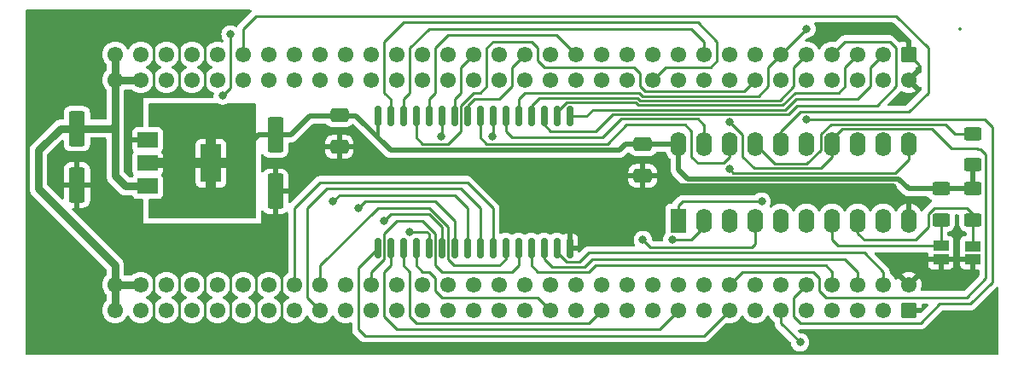
<source format=gtl>
%TF.GenerationSoftware,KiCad,Pcbnew,8.0.6+1*%
%TF.CreationDate,2024-11-08T18:46:58+01:00*%
%TF.ProjectId,qlexternal512kram_MIX,716c6578-7465-4726-9e61-6c3531326b72,3*%
%TF.SameCoordinates,Original*%
%TF.FileFunction,Copper,L1,Top*%
%TF.FilePolarity,Positive*%
%FSLAX46Y46*%
G04 Gerber Fmt 4.6, Leading zero omitted, Abs format (unit mm)*
G04 Created by KiCad (PCBNEW 8.0.6+1) date 2024-11-08 18:46:58*
%MOMM*%
%LPD*%
G01*
G04 APERTURE LIST*
G04 Aperture macros list*
%AMRoundRect*
0 Rectangle with rounded corners*
0 $1 Rounding radius*
0 $2 $3 $4 $5 $6 $7 $8 $9 X,Y pos of 4 corners*
0 Add a 4 corners polygon primitive as box body*
4,1,4,$2,$3,$4,$5,$6,$7,$8,$9,$2,$3,0*
0 Add four circle primitives for the rounded corners*
1,1,$1+$1,$2,$3*
1,1,$1+$1,$4,$5*
1,1,$1+$1,$6,$7*
1,1,$1+$1,$8,$9*
0 Add four rect primitives between the rounded corners*
20,1,$1+$1,$2,$3,$4,$5,0*
20,1,$1+$1,$4,$5,$6,$7,0*
20,1,$1+$1,$6,$7,$8,$9,0*
20,1,$1+$1,$8,$9,$2,$3,0*%
G04 Aperture macros list end*
%TA.AperFunction,SMDPad,CuDef*%
%ADD10R,1.500000X1.000000*%
%TD*%
%TA.AperFunction,SMDPad,CuDef*%
%ADD11R,2.000000X1.500000*%
%TD*%
%TA.AperFunction,SMDPad,CuDef*%
%ADD12R,2.000000X3.800000*%
%TD*%
%TA.AperFunction,SMDPad,CuDef*%
%ADD13RoundRect,0.250000X-0.550000X1.500000X-0.550000X-1.500000X0.550000X-1.500000X0.550000X1.500000X0*%
%TD*%
%TA.AperFunction,SMDPad,CuDef*%
%ADD14RoundRect,0.250000X-0.650000X0.412500X-0.650000X-0.412500X0.650000X-0.412500X0.650000X0.412500X0*%
%TD*%
%TA.AperFunction,ComponentPad*%
%ADD15RoundRect,0.249999X0.525001X0.525001X-0.525001X0.525001X-0.525001X-0.525001X0.525001X-0.525001X0*%
%TD*%
%TA.AperFunction,ComponentPad*%
%ADD16C,1.550000*%
%TD*%
%TA.AperFunction,SMDPad,CuDef*%
%ADD17RoundRect,0.250000X-0.625000X0.400000X-0.625000X-0.400000X0.625000X-0.400000X0.625000X0.400000X0*%
%TD*%
%TA.AperFunction,ComponentPad*%
%ADD18RoundRect,0.249999X-0.525001X-0.525001X0.525001X-0.525001X0.525001X0.525001X-0.525001X0.525001X0*%
%TD*%
%TA.AperFunction,SMDPad,CuDef*%
%ADD19RoundRect,0.250000X0.625000X-0.400000X0.625000X0.400000X-0.625000X0.400000X-0.625000X-0.400000X0*%
%TD*%
%TA.AperFunction,ComponentPad*%
%ADD20R,1.600000X2.400000*%
%TD*%
%TA.AperFunction,ComponentPad*%
%ADD21O,1.600000X2.400000*%
%TD*%
%TA.AperFunction,SMDPad,CuDef*%
%ADD22RoundRect,0.150000X0.150000X-0.875000X0.150000X0.875000X-0.150000X0.875000X-0.150000X-0.875000X0*%
%TD*%
%TA.AperFunction,ViaPad*%
%ADD23C,0.800000*%
%TD*%
%TA.AperFunction,Conductor*%
%ADD24C,0.250000*%
%TD*%
%TA.AperFunction,Conductor*%
%ADD25C,0.750000*%
%TD*%
%TA.AperFunction,Conductor*%
%ADD26C,0.350000*%
%TD*%
%TA.AperFunction,Conductor*%
%ADD27C,0.500000*%
%TD*%
%TA.AperFunction,Conductor*%
%ADD28C,1.000000*%
%TD*%
%ADD29C,0.350000*%
G04 APERTURE END LIST*
D10*
%TO.P,JP1,1,A*%
%TO.N,GND*%
X184245000Y-78105000D03*
%TO.P,JP1,2,B*%
%TO.N,Net-(JP1-B)*%
X184245000Y-76805000D03*
%TD*%
D11*
%TO.P,U3,1,GND*%
%TO.N,GND*%
X105530000Y-66280000D03*
%TO.P,U3,2,VO*%
%TO.N,VCC*%
X105530000Y-68580000D03*
D12*
X111830000Y-68580000D03*
D11*
%TO.P,U3,3,VI*%
%TO.N,+9V*%
X105530000Y-70880000D03*
%TD*%
D13*
%TO.P,C1,1*%
%TO.N,+9V*%
X98520000Y-65145000D03*
%TO.P,C1,2*%
%TO.N,GND*%
X98520000Y-70745000D03*
%TD*%
D14*
%TO.P,C4,1*%
%TO.N,VCC*%
X154654000Y-66725000D03*
%TO.P,C4,2*%
%TO.N,GND*%
X154654000Y-69850000D03*
%TD*%
D13*
%TO.P,C2,1*%
%TO.N,VCC*%
X118205000Y-65780000D03*
%TO.P,C2,2*%
%TO.N,GND*%
X118205000Y-71380000D03*
%TD*%
D14*
%TO.P,C3,1*%
%TO.N,VCC*%
X124555000Y-63842500D03*
%TO.P,C3,2*%
%TO.N,GND*%
X124555000Y-66967500D03*
%TD*%
D15*
%TO.P,J1,a1,GND*%
%TO.N,GND*%
X181070000Y-57785000D03*
D16*
%TO.P,J1,a2,D3*%
%TO.N,/D3*%
X178530000Y-57785000D03*
%TO.P,J1,a3,D4*%
%TO.N,/D4*%
X175990000Y-57785000D03*
%TO.P,J1,a4,D5*%
%TO.N,/D5*%
X173450000Y-57785000D03*
%TO.P,J1,a5,D6*%
%TO.N,/D6*%
X170910000Y-57785000D03*
%TO.P,J1,a6,D7*%
%TO.N,/D7*%
X168370000Y-57785000D03*
%TO.P,J1,a7,A19*%
%TO.N,/A19*%
X165830000Y-57785000D03*
%TO.P,J1,a8,A18*%
%TO.N,/A18*%
X163290000Y-57785000D03*
%TO.P,J1,a9,A17*%
%TO.N,/A17*%
X160750000Y-57785000D03*
%TO.P,J1,a10,A16*%
%TO.N,/A16*%
X158210000Y-57785000D03*
%TO.P,J1,a11,CLKCPU*%
%TO.N,/CLKCPU*%
X155670000Y-57785000D03*
%TO.P,J1,a12,RED*%
%TO.N,/RED*%
X153130000Y-57785000D03*
%TO.P,J1,a13,A14*%
%TO.N,/A14*%
X150590000Y-57785000D03*
%TO.P,J1,a14,A13*%
%TO.N,/A13*%
X148050000Y-57785000D03*
%TO.P,J1,a15,A12*%
%TO.N,/A12*%
X145510000Y-57785000D03*
%TO.P,J1,a16,A11*%
%TO.N,/A11*%
X142970000Y-57785000D03*
%TO.P,J1,a17,A10*%
%TO.N,/A10*%
X140430000Y-57785000D03*
%TO.P,J1,a18,A9*%
%TO.N,/A9*%
X137890000Y-57785000D03*
%TO.P,J1,a19,A8*%
%TO.N,/A8*%
X135350000Y-57785000D03*
%TO.P,J1,a20,A7*%
%TO.N,/A7*%
X132810000Y-57785000D03*
%TO.P,J1,a21,A6*%
%TO.N,/A6*%
X130270000Y-57785000D03*
%TO.P,J1,a22,A5*%
%TO.N,/A5*%
X127730000Y-57785000D03*
%TO.P,J1,a23,A4*%
%TO.N,/A4*%
X125190000Y-57785000D03*
%TO.P,J1,a24,A3*%
%TO.N,/A3*%
X122650000Y-57785000D03*
%TO.P,J1,a25,~{DBG}*%
%TO.N,/DBG*%
X120110000Y-57785000D03*
%TO.P,J1,a26,SP2*%
%TO.N,/SP2*%
X117570000Y-57785000D03*
%TO.P,J1,a27,~{DSMC}*%
%TO.N,/DSMC*%
X115030000Y-57785000D03*
%TO.P,J1,a28,SP1*%
%TO.N,/SP1*%
X112490000Y-57785000D03*
%TO.P,J1,a29,SP0*%
%TO.N,/SP0*%
X109950000Y-57785000D03*
%TO.P,J1,a30,+12V*%
%TO.N,/ma12v*%
X107410000Y-57785000D03*
%TO.P,J1,a31,-12V*%
%TO.N,/me12v*%
X104870000Y-57785000D03*
%TO.P,J1,a32,Vin*%
%TO.N,+9V*%
X102330000Y-57785000D03*
%TO.P,J1,b1,GND*%
%TO.N,GND*%
X181070000Y-60325000D03*
%TO.P,J1,b2,D2*%
%TO.N,/D2*%
X178530000Y-60325000D03*
%TO.P,J1,b3,D1*%
%TO.N,/D1*%
X175990000Y-60325000D03*
%TO.P,J1,b4,D0*%
%TO.N,/D0*%
X173450000Y-60325000D03*
%TO.P,J1,b5,~{AS}*%
%TO.N,/AS*%
X170910000Y-60325000D03*
%TO.P,J1,b6,~{DS}*%
%TO.N,/DS*%
X168370000Y-60325000D03*
%TO.P,J1,b7,~{DRW}*%
%TO.N,/RW*%
X165830000Y-60325000D03*
%TO.P,J1,b8,~{DTACK}*%
%TO.N,/DTACK*%
X163290000Y-60325000D03*
%TO.P,J1,b9,~{BG}*%
%TO.N,/BG*%
X160750000Y-60325000D03*
%TO.P,J1,b10,~{BR}*%
%TO.N,/BR*%
X158210000Y-60325000D03*
%TO.P,J1,b11,A15*%
%TO.N,/A15*%
X155670000Y-60325000D03*
%TO.P,J1,b12,~{RESETCPU}*%
%TO.N,/RESET*%
X153130000Y-60325000D03*
%TO.P,J1,b13,~{CSYNC}*%
%TO.N,/CSYNC*%
X150590000Y-60325000D03*
%TO.P,J1,b14,E*%
%TO.N,/E*%
X148050000Y-60325000D03*
%TO.P,J1,b15,VSYNCH*%
%TO.N,/VSYNC*%
X145510000Y-60325000D03*
%TO.P,J1,b16,~{VPA}*%
%TO.N,/VPA*%
X142970000Y-60325000D03*
%TO.P,J1,b17,GREEN*%
%TO.N,/GREEN*%
X140430000Y-60325000D03*
%TO.P,J1,b18,BLUE*%
%TO.N,/BLUE*%
X137890000Y-60325000D03*
%TO.P,J1,b19,FC2*%
%TO.N,/FC2*%
X135350000Y-60325000D03*
%TO.P,J1,b20,FC1*%
%TO.N,/FC1*%
X132810000Y-60325000D03*
%TO.P,J1,b21,FC0*%
%TO.N,/FC0*%
X130270000Y-60325000D03*
%TO.P,J1,b22,A0*%
%TO.N,/A0*%
X127730000Y-60325000D03*
%TO.P,J1,b23,ROMOEH*%
%TO.N,/ROMOE*%
X125190000Y-60325000D03*
%TO.P,J1,b24,A1*%
%TO.N,/A1*%
X122650000Y-60325000D03*
%TO.P,J1,b25,A2*%
%TO.N,/A2*%
X120110000Y-60325000D03*
%TO.P,J1,b26,SP3*%
%TO.N,/SP3*%
X117570000Y-60325000D03*
%TO.P,J1,b27,~{IPLO}*%
%TO.N,/IPL0*%
X115030000Y-60325000D03*
%TO.P,J1,b28,~{BERR}*%
%TO.N,/BERR*%
X112490000Y-60325000D03*
%TO.P,J1,b29,~{IPL1}*%
%TO.N,/IPL1*%
X109950000Y-60325000D03*
%TO.P,J1,b30,~{EXTINT}*%
%TO.N,/EXTINT*%
X107410000Y-60325000D03*
%TO.P,J1,b31,Vin*%
%TO.N,+9V*%
X104870000Y-60325000D03*
%TO.P,J1,b32,Vin*%
X102330000Y-60325000D03*
%TD*%
D17*
%TO.P,R2,1*%
%TO.N,VCC*%
X187420000Y-71120000D03*
%TO.P,R2,2*%
%TO.N,Net-(JP2-B)*%
X187420000Y-74220000D03*
%TD*%
D18*
%TO.P,J2,a1,GND*%
%TO.N,GND*%
X181060000Y-83185000D03*
D16*
%TO.P,J2,a2,D3*%
%TO.N,/D3*%
X178520000Y-83185000D03*
%TO.P,J2,a3,D4*%
%TO.N,/D4*%
X175980000Y-83185000D03*
%TO.P,J2,a4,D5*%
%TO.N,/D5*%
X173440000Y-83185000D03*
%TO.P,J2,a5,D6*%
%TO.N,/D6*%
X170900000Y-83185000D03*
%TO.P,J2,a6,D7*%
%TO.N,/D7*%
X168360000Y-83185000D03*
%TO.P,J2,a7,A19*%
%TO.N,/A19*%
X165820000Y-83185000D03*
%TO.P,J2,a8,A18*%
%TO.N,/A18*%
X163280000Y-83185000D03*
%TO.P,J2,a9,A17*%
%TO.N,/A17*%
X160740000Y-83185000D03*
%TO.P,J2,a10,A16*%
%TO.N,/A16*%
X158200000Y-83185000D03*
%TO.P,J2,a11,CLKCPU*%
%TO.N,/CLKCPU*%
X155660000Y-83185000D03*
%TO.P,J2,a12,RED*%
%TO.N,/RED*%
X153120000Y-83185000D03*
%TO.P,J2,a13,A14*%
%TO.N,/A14*%
X150580000Y-83185000D03*
%TO.P,J2,a14,A13*%
%TO.N,/A13*%
X148040000Y-83185000D03*
%TO.P,J2,a15,A12*%
%TO.N,/A12*%
X145500000Y-83185000D03*
%TO.P,J2,a16,A11*%
%TO.N,/A11*%
X142960000Y-83185000D03*
%TO.P,J2,a17,A10*%
%TO.N,/A10*%
X140420000Y-83185000D03*
%TO.P,J2,a18,A9*%
%TO.N,/A9*%
X137880000Y-83185000D03*
%TO.P,J2,a19,A8*%
%TO.N,/A8*%
X135340000Y-83185000D03*
%TO.P,J2,a20,A7*%
%TO.N,/A7*%
X132800000Y-83185000D03*
%TO.P,J2,a21,A6*%
%TO.N,/A6*%
X130260000Y-83185000D03*
%TO.P,J2,a22,A5*%
%TO.N,/A5*%
X127720000Y-83185000D03*
%TO.P,J2,a23,A4*%
%TO.N,/A4*%
X125180000Y-83185000D03*
%TO.P,J2,a24,A3*%
%TO.N,/A3*%
X122640000Y-83185000D03*
%TO.P,J2,a25,~{DBG}*%
%TO.N,/DBG*%
X120100000Y-83185000D03*
%TO.P,J2,a26,SP2*%
%TO.N,/SP2*%
X117560000Y-83185000D03*
%TO.P,J2,a27,~{DSMC}*%
%TO.N,/DSMC*%
X115020000Y-83185000D03*
%TO.P,J2,a28,SP1*%
%TO.N,/SP1*%
X112480000Y-83185000D03*
%TO.P,J2,a29,SP0*%
%TO.N,/SP0*%
X109940000Y-83185000D03*
%TO.P,J2,a30,+12V*%
%TO.N,/ma12v*%
X107400000Y-83185000D03*
%TO.P,J2,a31,-12V*%
%TO.N,/me12v*%
X104860000Y-83185000D03*
%TO.P,J2,a32,Vin*%
%TO.N,+9V*%
X102320000Y-83185000D03*
%TO.P,J2,b1,GND*%
%TO.N,GND*%
X181060000Y-80645000D03*
%TO.P,J2,b2,D2*%
%TO.N,/D2*%
X178520000Y-80645000D03*
%TO.P,J2,b3,D1*%
%TO.N,/D1*%
X175980000Y-80645000D03*
%TO.P,J2,b4,D0*%
%TO.N,/D0*%
X173440000Y-80645000D03*
%TO.P,J2,b5,~{AS}*%
%TO.N,/AS*%
X170900000Y-80645000D03*
%TO.P,J2,b6,~{DS}*%
%TO.N,/DS*%
X168360000Y-80645000D03*
%TO.P,J2,b7,~{DRW}*%
%TO.N,/RW*%
X165820000Y-80645000D03*
%TO.P,J2,b8,~{DTACK}*%
%TO.N,/DTACK*%
X163280000Y-80645000D03*
%TO.P,J2,b9,~{BG}*%
%TO.N,/BG*%
X160740000Y-80645000D03*
%TO.P,J2,b10,~{BR}*%
%TO.N,/BR*%
X158200000Y-80645000D03*
%TO.P,J2,b11,A15*%
%TO.N,/A15*%
X155660000Y-80645000D03*
%TO.P,J2,b12,~{RESETCPU}*%
%TO.N,/RESET*%
X153120000Y-80645000D03*
%TO.P,J2,b13,~{CSYNC}*%
%TO.N,/CSYNC*%
X150580000Y-80645000D03*
%TO.P,J2,b14,E*%
%TO.N,/E*%
X148040000Y-80645000D03*
%TO.P,J2,b15,VSYNCH*%
%TO.N,/VSYNC*%
X145500000Y-80645000D03*
%TO.P,J2,b16,~{VPA}*%
%TO.N,/VPA*%
X142960000Y-80645000D03*
%TO.P,J2,b17,GREEN*%
%TO.N,/GREEN*%
X140420000Y-80645000D03*
%TO.P,J2,b18,BLUE*%
%TO.N,/BLUE*%
X137880000Y-80645000D03*
%TO.P,J2,b19,FC2*%
%TO.N,/FC2*%
X135340000Y-80645000D03*
%TO.P,J2,b20,FC1*%
%TO.N,/FC1*%
X132800000Y-80645000D03*
%TO.P,J2,b21,FC0*%
%TO.N,/FC0*%
X130260000Y-80645000D03*
%TO.P,J2,b22,A0*%
%TO.N,/A0*%
X127720000Y-80645000D03*
%TO.P,J2,b23,ROMOEH*%
%TO.N,/ROMOE*%
X125180000Y-80645000D03*
%TO.P,J2,b24,A1*%
%TO.N,/A1*%
X122640000Y-80645000D03*
%TO.P,J2,b25,A2*%
%TO.N,/A2*%
X120100000Y-80645000D03*
%TO.P,J2,b26,SP3*%
%TO.N,/SP3*%
X117560000Y-80645000D03*
%TO.P,J2,b27,~{IPLO}*%
%TO.N,/IPL0*%
X115020000Y-80645000D03*
%TO.P,J2,b28,~{BERR}*%
%TO.N,Net-(J2-~{BERR})*%
X112480000Y-80645000D03*
%TO.P,J2,b29,~{IPL1}*%
%TO.N,/IPL1*%
X109940000Y-80645000D03*
%TO.P,J2,b30,~{EXTINT}*%
%TO.N,/EXTINT*%
X107400000Y-80645000D03*
%TO.P,J2,b31,Vin*%
%TO.N,+9V*%
X104860000Y-80645000D03*
%TO.P,J2,b32,Vin*%
X102320000Y-80645000D03*
%TD*%
D10*
%TO.P,JP2,1,A*%
%TO.N,GND*%
X187420000Y-78120000D03*
%TO.P,JP2,2,B*%
%TO.N,Net-(JP2-B)*%
X187420000Y-76820000D03*
%TD*%
D19*
%TO.P,R3,1*%
%TO.N,VCC*%
X187420000Y-68759000D03*
%TO.P,R3,2*%
%TO.N,Net-(JP3-B)*%
X187420000Y-65659000D03*
%TD*%
D20*
%TO.P,U2,1,I1/CLK*%
%TO.N,/DS*%
X158215000Y-74310000D03*
D21*
%TO.P,U2,2,I2*%
%TO.N,/A17*%
X160755000Y-74310000D03*
%TO.P,U2,3,I3*%
%TO.N,/A16*%
X163295000Y-74310000D03*
%TO.P,U2,4,I4*%
%TO.N,/A15*%
X165835000Y-74310000D03*
%TO.P,U2,5,I5*%
%TO.N,unconnected-(U2-I5-Pad5)*%
X168375000Y-74310000D03*
%TO.P,U2,6,I6*%
%TO.N,/AS*%
X170915000Y-74310000D03*
%TO.P,U2,7,I7*%
%TO.N,Net-(JP1-B)*%
X173455000Y-74310000D03*
%TO.P,U2,8,I8*%
%TO.N,Net-(JP2-B)*%
X175995000Y-74310000D03*
%TO.P,U2,9,I9*%
%TO.N,/A19*%
X178535000Y-74310000D03*
%TO.P,U2,10,GND*%
%TO.N,GND*%
X181075000Y-74310000D03*
%TO.P,U2,11,I10/~{OE}*%
%TO.N,/A18*%
X181075000Y-66690000D03*
%TO.P,U2,12,IO8*%
%TO.N,unconnected-(U2-IO8-Pad12)*%
X178535000Y-66690000D03*
%TO.P,U2,13,IO7*%
%TO.N,unconnected-(U2-IO7-Pad13)*%
X175995000Y-66690000D03*
%TO.P,U2,14,IO6*%
%TO.N,/DTACK*%
X173455000Y-66690000D03*
%TO.P,U2,15,IO5*%
%TO.N,unconnected-(U2-IO5-Pad15)*%
X170915000Y-66690000D03*
%TO.P,U2,16,IO4*%
%TO.N,/DSMC*%
X168375000Y-66690000D03*
%TO.P,U2,17,I03*%
%TO.N,Net-(JP3-B)*%
X165835000Y-66690000D03*
%TO.P,U2,18,IO2*%
%TO.N,/RAM_OE*%
X163295000Y-66690000D03*
%TO.P,U2,19,IO1*%
%TO.N,/RAM_CE*%
X160755000Y-66690000D03*
%TO.P,U2,20,VCC*%
%TO.N,VCC*%
X158215000Y-66690000D03*
%TD*%
D17*
%TO.P,R1,1*%
%TO.N,VCC*%
X184245000Y-71120000D03*
%TO.P,R1,2*%
%TO.N,Net-(JP1-B)*%
X184245000Y-74220000D03*
%TD*%
D22*
%TO.P,U1,1,A18*%
%TO.N,/A18*%
X128365000Y-77035000D03*
%TO.P,U1,2,A16*%
%TO.N,/A16*%
X129635000Y-77035000D03*
%TO.P,U1,3,A14*%
%TO.N,/A14*%
X130905000Y-77035000D03*
%TO.P,U1,4,A12*%
%TO.N,/A12*%
X132175000Y-77035000D03*
%TO.P,U1,5,A7*%
%TO.N,/A7*%
X133445000Y-77035000D03*
%TO.P,U1,6,A6*%
%TO.N,/A6*%
X134715000Y-77035000D03*
%TO.P,U1,7,A5*%
%TO.N,/A5*%
X135985000Y-77035000D03*
%TO.P,U1,8,A4*%
%TO.N,/A4*%
X137255000Y-77035000D03*
%TO.P,U1,9,A3*%
%TO.N,/A3*%
X138525000Y-77035000D03*
%TO.P,U1,10,A2*%
%TO.N,/A2*%
X139795000Y-77035000D03*
%TO.P,U1,11,A1*%
%TO.N,/A1*%
X141065000Y-77035000D03*
%TO.P,U1,12,A0*%
%TO.N,/A0*%
X142335000Y-77035000D03*
%TO.P,U1,13,DQ0*%
%TO.N,/D0*%
X143605000Y-77035000D03*
%TO.P,U1,14,DQ1*%
%TO.N,/D1*%
X144875000Y-77035000D03*
%TO.P,U1,15,DQ2*%
%TO.N,/D2*%
X146145000Y-77035000D03*
%TO.P,U1,16,VSS*%
%TO.N,GND*%
X147415000Y-77035000D03*
%TO.P,U1,17,DQ3*%
%TO.N,/D3*%
X147415000Y-63935000D03*
%TO.P,U1,18,DQ4*%
%TO.N,/D4*%
X146145000Y-63935000D03*
%TO.P,U1,19,DQ5*%
%TO.N,/D5*%
X144875000Y-63935000D03*
%TO.P,U1,20,DQ6*%
%TO.N,/D6*%
X143605000Y-63935000D03*
%TO.P,U1,21,DQ7*%
%TO.N,/D7*%
X142335000Y-63935000D03*
%TO.P,U1,22,CE#*%
%TO.N,/RAM_CE*%
X141065000Y-63935000D03*
%TO.P,U1,23,A10*%
%TO.N,/A10*%
X139795000Y-63935000D03*
%TO.P,U1,24,OE#*%
%TO.N,/RAM_OE*%
X138525000Y-63935000D03*
%TO.P,U1,25,A11*%
%TO.N,/A11*%
X137255000Y-63935000D03*
%TO.P,U1,26,A9*%
%TO.N,/A9*%
X135985000Y-63935000D03*
%TO.P,U1,27,A8*%
%TO.N,/A8*%
X134715000Y-63935000D03*
%TO.P,U1,28,A13*%
%TO.N,/A13*%
X133445000Y-63935000D03*
%TO.P,U1,29,WE#*%
%TO.N,/RW*%
X132175000Y-63935000D03*
%TO.P,U1,30,A17*%
%TO.N,/A17*%
X130905000Y-63935000D03*
%TO.P,U1,31,A15*%
%TO.N,/A15*%
X129635000Y-63935000D03*
%TO.P,U1,32,VCC*%
%TO.N,VCC*%
X128365000Y-63935000D03*
%TD*%
D23*
%TO.N,/A4*%
X123920000Y-72390000D03*
%TO.N,/A5*%
X126460000Y-73025000D03*
%TO.N,/A6*%
X129000000Y-74295000D03*
%TO.N,/A7*%
X131540000Y-75390400D03*
%TO.N,/A8*%
X134625500Y-65913000D03*
%TO.N,/A10*%
X139705500Y-65913000D03*
%TO.N,/D7*%
X170275000Y-86360000D03*
X170910000Y-55245000D03*
%TO.N,/A17*%
X157575000Y-76200000D03*
%TO.N,/A18*%
X163290000Y-69187500D03*
%TO.N,/A15*%
X154685000Y-76200000D03*
%TO.N,/DS*%
X166465000Y-72390000D03*
%TO.N,/AS*%
X170910000Y-64262000D03*
%TO.N,/DTACK*%
X163290000Y-64516000D03*
%TO.N,Net-(JP3-B)*%
X113002653Y-61853653D03*
X113760000Y-55790000D03*
%TD*%
D24*
%TO.N,/AS*%
X170910000Y-64262000D02*
X188563000Y-64262000D01*
X188563000Y-64262000D02*
X189325000Y-65024000D01*
X184118000Y-82550000D02*
X182213000Y-84455000D01*
X189325000Y-65024000D02*
X189325000Y-80391000D01*
X189325000Y-80391000D02*
X187166000Y-82550000D01*
X187166000Y-82550000D02*
X184118000Y-82550000D01*
X182213000Y-84455000D02*
X170275000Y-84455000D01*
X170275000Y-84455000D02*
X169640000Y-83820000D01*
X169640000Y-83820000D02*
X169640000Y-81915000D01*
X169640000Y-81915000D02*
X170910000Y-80645000D01*
%TO.N,/DTACK*%
X172815000Y-81915000D02*
X172180000Y-81280000D01*
X186785000Y-81915000D02*
X172815000Y-81915000D01*
X187928000Y-67183000D02*
X188182000Y-67183000D01*
X172180000Y-81280000D02*
X172180000Y-80010718D01*
X173455000Y-66189400D02*
X174479700Y-65164700D01*
X187864859Y-67119859D02*
X187928000Y-67183000D01*
X183368982Y-65164700D02*
X185324141Y-67119859D01*
X188690000Y-80010000D02*
X186785000Y-81915000D01*
X188182000Y-67183000D02*
X188690000Y-67691000D01*
X172180000Y-80010718D02*
X171544282Y-79375000D01*
X185324141Y-67119859D02*
X187864859Y-67119859D01*
X174479700Y-65164700D02*
X183368982Y-65164700D01*
X188690000Y-67691000D02*
X188690000Y-80010000D01*
X171544282Y-79375000D02*
X164560000Y-79375000D01*
X164560000Y-79375000D02*
X163290000Y-80645000D01*
D25*
%TO.N,+9V*%
X94710000Y-67310000D02*
X94710000Y-71120000D01*
X101955000Y-65145000D02*
X102330000Y-64770000D01*
X98520000Y-65145000D02*
X101955000Y-65145000D01*
X103360000Y-70880000D02*
X102330000Y-69850000D01*
X104870000Y-80645000D02*
X102330000Y-80645000D01*
X102330000Y-80645000D02*
X102330000Y-83185000D01*
X94710000Y-71120000D02*
X102330000Y-78740000D01*
X98520000Y-65145000D02*
X96875000Y-65145000D01*
X104870000Y-60360000D02*
X102330000Y-60360000D01*
X94710000Y-67310000D02*
X96875000Y-65145000D01*
X102330000Y-57820000D02*
X102330000Y-60360000D01*
X105530000Y-70880000D02*
X103360000Y-70880000D01*
X102330000Y-69850000D02*
X102330000Y-60360000D01*
X102330000Y-78740000D02*
X102330000Y-80645000D01*
D24*
%TO.N,GND*%
X182040000Y-59390000D02*
X181070000Y-60360000D01*
D26*
X154654000Y-69850000D02*
X154654000Y-72517000D01*
D24*
X106140000Y-61341000D02*
X105632000Y-61849000D01*
X109061000Y-55880000D02*
X108680000Y-56261000D01*
X119475000Y-85090000D02*
X118840000Y-84455000D01*
D27*
X118205000Y-71380000D02*
X119850000Y-71380000D01*
D25*
X155670000Y-72517000D02*
X149447000Y-72517000D01*
D24*
X106140000Y-56515000D02*
X106140000Y-61341000D01*
D25*
X123216100Y-68648900D02*
X138593900Y-68648900D01*
D24*
X116300000Y-78740000D02*
X113760000Y-78740000D01*
X181070000Y-57820000D02*
X182040000Y-58790000D01*
X106775000Y-55880000D02*
X106140000Y-56515000D01*
X111220000Y-84455000D02*
X111220000Y-75565000D01*
X111220000Y-56515000D02*
X111855000Y-55880000D01*
D25*
X109950000Y-75565000D02*
X111220000Y-75565000D01*
X108680000Y-75565000D02*
X111982000Y-75565000D01*
D24*
X116300000Y-84455000D02*
X116300000Y-78740000D01*
X109061000Y-55880000D02*
X106775000Y-55880000D01*
D25*
X149447000Y-72517000D02*
X147415000Y-70485000D01*
D24*
X104108000Y-61849000D02*
X103600000Y-62357000D01*
D25*
X179492300Y-70952000D02*
X157235000Y-70952000D01*
X118205000Y-75565000D02*
X109950000Y-75565000D01*
D24*
X106140000Y-79375000D02*
X106140000Y-84455000D01*
X108680000Y-78740000D02*
X106775000Y-78740000D01*
D25*
X108680000Y-75565000D02*
X109950000Y-75565000D01*
X145510000Y-68580000D02*
X138662800Y-68580000D01*
X105124000Y-75565000D02*
X108680000Y-75565000D01*
D24*
X108680000Y-56261000D02*
X108680000Y-61595000D01*
X118840000Y-79375000D02*
X118205000Y-78740000D01*
X123285000Y-85090000D02*
X119475000Y-85090000D01*
D25*
X138593900Y-68648900D02*
X139817700Y-68648900D01*
D24*
X105632000Y-61849000D02*
X104108000Y-61849000D01*
D27*
X98520000Y-70745000D02*
X100552000Y-70739000D01*
D25*
X100552000Y-70739000D02*
X105124000Y-75565000D01*
D24*
X103967000Y-66280000D02*
X105530000Y-66280000D01*
D27*
X124555000Y-68580000D02*
X124555000Y-66967500D01*
D24*
X106775000Y-78740000D02*
X106140000Y-79375000D01*
X182040000Y-58790000D02*
X182040000Y-59390000D01*
X111855000Y-55880000D02*
X112109000Y-55880000D01*
D25*
X138662800Y-68580000D02*
X138593900Y-68648900D01*
X145510000Y-68580000D02*
X147415000Y-70485000D01*
D26*
X181075000Y-74310000D02*
X181075000Y-72534700D01*
D24*
X181070000Y-57820000D02*
X181070000Y-56723985D01*
X118840000Y-79375000D02*
X118840000Y-84455000D01*
X103600000Y-62357000D02*
X103600000Y-65913000D01*
X111220000Y-56515000D02*
X111220000Y-61595000D01*
X113760000Y-78740000D02*
X108680000Y-78740000D01*
X103600000Y-65913000D02*
X103967000Y-66280000D01*
D25*
X157235000Y-70952000D02*
X155670000Y-72517000D01*
D24*
X181070000Y-56723985D02*
X179591015Y-55245000D01*
X108680000Y-84455000D02*
X108680000Y-78740000D01*
D26*
X181075000Y-72534700D02*
X179492300Y-70952000D01*
D25*
X119850000Y-71380000D02*
X122581100Y-68648900D01*
D24*
X123920000Y-84455000D02*
X123285000Y-85090000D01*
X109061000Y-55880000D02*
X112109000Y-55880000D01*
D25*
X122581100Y-68648900D02*
X123216100Y-68648900D01*
D24*
X147415000Y-77035000D02*
X147415000Y-70485000D01*
X118205000Y-78740000D02*
X116300000Y-78740000D01*
X113760000Y-84455000D02*
X113760000Y-78740000D01*
D27*
X118205000Y-75565000D02*
X118205000Y-71380000D01*
%TO.N,VCC*%
X158215000Y-66690000D02*
X158215000Y-69210000D01*
X153130000Y-66675000D02*
X152957200Y-66675000D01*
D28*
X111830000Y-68580000D02*
X111830000Y-65049000D01*
D27*
X153145000Y-66690000D02*
X153130000Y-66675000D01*
D28*
X111830000Y-68580000D02*
X113760000Y-68580000D01*
D27*
X119735000Y-65780000D02*
X121607500Y-63907500D01*
D28*
X111830000Y-68580000D02*
X111830000Y-72365000D01*
D27*
X158215000Y-66690000D02*
X153145000Y-66690000D01*
X126232500Y-63907500D02*
X129635000Y-67310000D01*
X187420000Y-71120000D02*
X184245000Y-71120000D01*
X158215000Y-69210000D02*
X158210000Y-69215000D01*
X118205000Y-65780000D02*
X119735000Y-65780000D01*
D28*
X105530000Y-68580000D02*
X111830000Y-68580000D01*
D27*
X152957200Y-66675000D02*
X152322200Y-67310000D01*
X116560000Y-65780000D02*
X118205000Y-65780000D01*
X121607500Y-63907500D02*
X125190000Y-63907500D01*
X187420000Y-68759000D02*
X187420000Y-71120000D01*
X159122480Y-70127480D02*
X180077480Y-70127480D01*
X181070000Y-71120000D02*
X184245000Y-71120000D01*
X158210000Y-69215000D02*
X159122480Y-70127480D01*
X129635000Y-67310000D02*
X152322200Y-67310000D01*
X180077480Y-70127480D02*
X181070000Y-71120000D01*
X125190000Y-63907500D02*
X126232500Y-63907500D01*
D26*
X128365000Y-63935000D02*
X128365000Y-66040000D01*
D27*
X113760000Y-68580000D02*
X116560000Y-65780000D01*
D24*
%TO.N,/A3*%
X121380000Y-81915000D02*
X122650000Y-83185000D01*
X123285000Y-71120000D02*
X121380000Y-73025000D01*
X138525000Y-77035000D02*
X138525000Y-73025000D01*
X121380000Y-73025000D02*
X121380000Y-81915000D01*
X136620000Y-71120000D02*
X123285000Y-71120000D01*
X136620000Y-71120000D02*
X138525000Y-73025000D01*
%TO.N,/A4*%
X137255000Y-73025000D02*
X137255000Y-77035000D01*
X123920000Y-72390000D02*
X124555000Y-71755000D01*
X135985000Y-71755000D02*
X137255000Y-73025000D01*
X124555000Y-71755000D02*
X135985000Y-71755000D01*
%TO.N,/A5*%
X126460000Y-73025000D02*
X127095000Y-72390000D01*
X127095000Y-72390000D02*
X134080000Y-72390000D01*
X135985000Y-74295000D02*
X135985000Y-77035000D01*
X134080000Y-72390000D02*
X135985000Y-74295000D01*
%TO.N,/A6*%
X134715000Y-74930718D02*
X134715000Y-77035000D01*
X129635000Y-73660000D02*
X133444282Y-73660000D01*
X129000000Y-74295000D02*
X129635000Y-73660000D01*
X133444282Y-73660000D02*
X134715000Y-74930718D01*
%TO.N,/A7*%
X131540000Y-75390400D02*
X133269682Y-75390400D01*
X133445000Y-75565718D02*
X133445000Y-77035000D01*
X133269682Y-75390400D02*
X133445000Y-75565718D01*
%TO.N,/A8*%
X134715000Y-65823500D02*
X134625500Y-65913000D01*
X134715000Y-63935000D02*
X134715000Y-65823500D01*
%TO.N,/A9*%
X136620000Y-61595000D02*
X135985000Y-62230000D01*
X135985000Y-62230000D02*
X135985000Y-63935000D01*
X137890000Y-57820000D02*
X136655000Y-59055000D01*
X136620000Y-59055000D02*
X136620000Y-61595000D01*
X136655000Y-59055000D02*
X136620000Y-59055000D01*
%TO.N,/A10*%
X139795000Y-63935000D02*
X139795000Y-65823500D01*
X139795000Y-65823500D02*
X139705500Y-65913000D01*
%TO.N,/A11*%
X142970000Y-57820000D02*
X141700000Y-59090000D01*
X141700000Y-60960000D02*
X140430000Y-62230000D01*
X140430000Y-62230000D02*
X137935001Y-62230000D01*
X141700000Y-59090000D02*
X141700000Y-60960000D01*
X137255000Y-62910001D02*
X137255000Y-63935000D01*
X137935001Y-62230000D02*
X137255000Y-62910001D01*
%TO.N,/A12*%
X134080000Y-80010000D02*
X133445000Y-79375000D01*
X134715000Y-81915000D02*
X134080000Y-81280000D01*
X145510000Y-83185000D02*
X144240000Y-81915000D01*
X132810000Y-79375000D02*
X132175000Y-78740000D01*
X132175000Y-78740000D02*
X132175000Y-77035000D01*
X133445000Y-79375000D02*
X132810000Y-79375000D01*
X144240000Y-81915000D02*
X134715000Y-81915000D01*
X134080000Y-81280000D02*
X134080000Y-80010000D01*
%TO.N,/D7*%
X170910000Y-55245000D02*
X170910000Y-55280000D01*
X166149300Y-61910700D02*
X167100000Y-60960000D01*
X168370000Y-83185000D02*
X168370000Y-84455000D01*
X170910000Y-55280000D02*
X168370000Y-57820000D01*
X142335000Y-62230000D02*
X142935700Y-61629300D01*
X142335000Y-63935000D02*
X142335000Y-62230000D01*
X167100000Y-60960000D02*
X167100000Y-59090000D01*
X168370000Y-84455000D02*
X170275000Y-86360000D01*
X167100000Y-59090000D02*
X168370000Y-57820000D01*
X154326700Y-61629300D02*
X154608100Y-61910700D01*
X154608100Y-61910700D02*
X166149300Y-61910700D01*
X142935700Y-61629300D02*
X154326700Y-61629300D01*
%TO.N,/D6*%
X143605000Y-62865000D02*
X143605000Y-63935000D01*
X169640000Y-60960000D02*
X168239000Y-62361000D01*
X168239000Y-62361000D02*
X154421500Y-62361000D01*
X170910000Y-57820000D02*
X169640000Y-59090000D01*
X154141200Y-62080700D02*
X144389300Y-62080700D01*
X154421500Y-62361000D02*
X154141200Y-62080700D01*
X169640000Y-59090000D02*
X169640000Y-60960000D01*
X144389300Y-62080700D02*
X143605000Y-62865000D01*
%TO.N,/D5*%
X173450000Y-57820000D02*
X174720000Y-56550000D01*
X177895000Y-62865000D02*
X169978900Y-62865000D01*
X179165000Y-56515000D02*
X179800000Y-57150000D01*
X169132000Y-63711900D02*
X151648100Y-63711900D01*
X151648100Y-63711900D02*
X149955000Y-65405000D01*
X149955000Y-65405000D02*
X145510000Y-65405000D01*
X169978900Y-62865000D02*
X169132000Y-63711900D01*
X179800000Y-57150000D02*
X179800000Y-60960000D01*
X179800000Y-60960000D02*
X177895000Y-62865000D01*
X145510000Y-65405000D02*
X144875000Y-64770000D01*
X174720000Y-56550000D02*
X174720000Y-56515000D01*
X174720000Y-56515000D02*
X179165000Y-56515000D01*
%TO.N,/D4*%
X147090800Y-62531100D02*
X153954700Y-62531100D01*
X154234900Y-62811300D02*
X168549304Y-62811300D01*
X169765604Y-61595000D02*
X174085000Y-61595000D01*
X146145000Y-63476900D02*
X147090800Y-62531100D01*
X174720000Y-60960000D02*
X174720000Y-59090000D01*
X174720000Y-59090000D02*
X175990000Y-57820000D01*
X168549304Y-62811300D02*
X169765604Y-61595000D01*
X153954700Y-62531100D02*
X154234900Y-62811300D01*
X174085000Y-61595000D02*
X174720000Y-60960000D01*
%TO.N,/D3*%
X177260000Y-60960000D02*
X177260000Y-59090000D01*
X149716600Y-63261600D02*
X168818904Y-63261600D01*
X177260000Y-59090000D02*
X178530000Y-57820000D01*
X169850504Y-62230000D02*
X175990000Y-62230000D01*
X168818904Y-63261600D02*
X169850504Y-62230000D01*
X147415000Y-63935000D02*
X149043200Y-63935000D01*
X149043200Y-63935000D02*
X149716600Y-63261600D01*
X175990000Y-62230000D02*
X177260000Y-60960000D01*
%TO.N,/A2*%
X137255000Y-70485000D02*
X122650000Y-70485000D01*
X122650000Y-70485000D02*
X120110000Y-73025000D01*
X139795000Y-73025000D02*
X137255000Y-70485000D01*
X120110000Y-73025000D02*
X120110000Y-80645000D01*
X139795000Y-77035000D02*
X139795000Y-73025000D01*
%TO.N,/A1*%
X135970800Y-78740000D02*
X135350000Y-78119200D01*
X140430000Y-78740000D02*
X135970800Y-78740000D01*
X128365000Y-73025000D02*
X122650000Y-78740000D01*
X135350000Y-78119200D02*
X135350000Y-74930000D01*
X141065000Y-78105000D02*
X140430000Y-78740000D01*
X122650000Y-78740000D02*
X122650000Y-80645000D01*
X141065000Y-77035000D02*
X141065000Y-78105000D01*
X135350000Y-74930000D02*
X133445000Y-73025000D01*
X133445000Y-73025000D02*
X128365000Y-73025000D01*
%TO.N,/A0*%
X132810000Y-74295000D02*
X134080000Y-75565000D01*
X142335000Y-78740000D02*
X142335000Y-77035000D01*
X134080000Y-78740000D02*
X134715000Y-79375000D01*
X127730000Y-80645000D02*
X127730000Y-79375000D01*
X130270000Y-74295000D02*
X132810000Y-74295000D01*
X134080000Y-75565000D02*
X134080000Y-78740000D01*
X127730000Y-79375000D02*
X129000000Y-78105000D01*
X129000000Y-75565000D02*
X130270000Y-74295000D01*
X141700000Y-79375000D02*
X142335000Y-78740000D01*
X134715000Y-79375000D02*
X141700000Y-79375000D01*
X129000000Y-78105000D02*
X129000000Y-75565000D01*
%TO.N,/RW*%
X139160000Y-57150000D02*
X139160000Y-60960000D01*
X154900400Y-61460400D02*
X154400000Y-60960000D01*
X139160000Y-60960000D02*
X138525000Y-61595000D01*
X165830000Y-60360000D02*
X164729600Y-61460400D01*
X153765000Y-59055000D02*
X144875000Y-59055000D01*
X139795000Y-56515000D02*
X139160000Y-57150000D01*
X138525000Y-61595000D02*
X137894772Y-61595000D01*
X136620000Y-65405000D02*
X136620000Y-64770000D01*
X143605000Y-56515000D02*
X144240000Y-57150000D01*
X132175000Y-66040000D02*
X132810000Y-66675000D01*
X144875000Y-59055000D02*
X144240000Y-58420000D01*
X135350000Y-66675000D02*
X136620000Y-65405000D01*
X136609520Y-62880252D02*
X136609520Y-65010708D01*
X143605000Y-56515000D02*
X139795000Y-56515000D01*
X154400000Y-60960000D02*
X154400000Y-59690000D01*
X137894772Y-61595000D02*
X136609520Y-62880252D01*
X132175000Y-63935000D02*
X132175000Y-66040000D01*
X132810000Y-66675000D02*
X135350000Y-66675000D01*
X144240000Y-58420000D02*
X144240000Y-57150000D01*
X154400000Y-59690000D02*
X153765000Y-59055000D01*
X164729600Y-61460400D02*
X154900400Y-61460400D01*
%TO.N,/D0*%
X173450000Y-79375000D02*
X172815000Y-78740000D01*
X146144400Y-79374400D02*
X146143800Y-79375000D01*
X146143800Y-79375000D02*
X144240000Y-79375000D01*
X143605000Y-78740000D02*
X143605000Y-77035000D01*
X149320600Y-79374400D02*
X146144400Y-79374400D01*
X172815000Y-78740000D02*
X149955000Y-78740000D01*
X149955000Y-78740000D02*
X149320600Y-79374400D01*
X173450000Y-80645000D02*
X173450000Y-79375000D01*
X144240000Y-79375000D02*
X143605000Y-78740000D01*
%TO.N,/D1*%
X144875000Y-78105000D02*
X144875000Y-77035000D01*
X175990000Y-79375000D02*
X174720000Y-78105000D01*
X145691500Y-78921500D02*
X144875000Y-78105000D01*
X148866500Y-78921500D02*
X145691500Y-78921500D01*
X175990000Y-80645000D02*
X175990000Y-79375000D01*
X149683000Y-78105000D02*
X148866500Y-78921500D01*
X174720000Y-78105000D02*
X149683000Y-78105000D01*
%TO.N,/D2*%
X149309300Y-77459300D02*
X148356800Y-78411800D01*
X178530000Y-80645000D02*
X178530000Y-79375000D01*
X178530000Y-79375000D02*
X176625000Y-77470000D01*
X147085400Y-78411800D02*
X146145000Y-77471400D01*
X149320000Y-77470000D02*
X149309300Y-77459300D01*
X148356800Y-78411800D02*
X147085400Y-78411800D01*
X176625000Y-77470000D02*
X149320000Y-77470000D01*
%TO.N,/RAM_CE*%
X160755000Y-64801420D02*
X160115000Y-64161420D01*
X160115000Y-64161420D02*
X152560280Y-64161420D01*
X160755000Y-66690000D02*
X160755000Y-64801420D01*
X141700000Y-66040000D02*
X141065000Y-65405000D01*
X152560280Y-64161420D02*
X150681700Y-66040000D01*
X150681700Y-66040000D02*
X141700000Y-66040000D01*
X141065000Y-65405000D02*
X141065000Y-63935000D01*
%TO.N,/RAM_OE*%
X153076400Y-64770000D02*
X151171400Y-66675000D01*
X162655000Y-68580000D02*
X163295000Y-67940000D01*
X159480000Y-67945000D02*
X160115000Y-68580000D01*
X138525000Y-66040000D02*
X138525000Y-63935000D01*
X151171400Y-66675000D02*
X139160000Y-66675000D01*
X163295000Y-67940000D02*
X163295000Y-66690000D01*
X158845000Y-64770000D02*
X153076400Y-64770000D01*
X160115000Y-68580000D02*
X162655000Y-68580000D01*
X159480000Y-65405000D02*
X159480000Y-67945000D01*
X139160000Y-66675000D02*
X138525000Y-66040000D01*
X159480000Y-65405000D02*
X158845000Y-64770000D01*
%TO.N,/DSMC*%
X168370000Y-65405000D02*
X168375000Y-65410000D01*
X179800000Y-53975000D02*
X182975000Y-57150000D01*
X182975000Y-57150000D02*
X182975000Y-61595000D01*
X115030000Y-55245000D02*
X116300000Y-53975000D01*
X182975000Y-61595000D02*
X181070000Y-63500000D01*
X115030000Y-57820000D02*
X115030000Y-55245000D01*
X181070000Y-63500000D02*
X170275000Y-63500000D01*
X116300000Y-53975000D02*
X179800000Y-53975000D01*
X170275000Y-63500000D02*
X168370000Y-65405000D01*
X168375000Y-65410000D02*
X168375000Y-66690000D01*
%TO.N,/A13*%
X134080000Y-61595000D02*
X133445000Y-62230000D01*
X146110000Y-55880000D02*
X135350000Y-55880000D01*
X135350000Y-55880000D02*
X134080000Y-57150000D01*
X133445000Y-62230000D02*
X133445000Y-63935000D01*
X134080000Y-57150000D02*
X134080000Y-61595000D01*
X148050000Y-57820000D02*
X146110000Y-55880000D01*
%TO.N,/A14*%
X150590000Y-83185000D02*
X149320000Y-84455000D01*
X131540000Y-79375000D02*
X130905000Y-78740000D01*
X130905000Y-78740000D02*
X130905000Y-77035000D01*
X132175000Y-84455000D02*
X131540000Y-83820000D01*
X149320000Y-84455000D02*
X132175000Y-84455000D01*
X131540000Y-83820000D02*
X131540000Y-79375000D01*
%TO.N,/A16*%
X130270000Y-85090000D02*
X156305000Y-85090000D01*
X156305000Y-85090000D02*
X158210000Y-83185000D01*
X129635000Y-77035000D02*
X129635000Y-78740000D01*
X129000000Y-83820000D02*
X130270000Y-85090000D01*
X129635000Y-78740000D02*
X129000000Y-79375000D01*
X129000000Y-79375000D02*
X129000000Y-83820000D01*
%TO.N,/A17*%
X160755000Y-74925000D02*
X159480000Y-76200000D01*
X131540000Y-57150000D02*
X131540000Y-61595000D01*
X159480000Y-76200000D02*
X157575000Y-76200000D01*
X160750000Y-57820000D02*
X160750000Y-56515000D01*
X133445000Y-55245000D02*
X131540000Y-57150000D01*
X130905000Y-62230000D02*
X130905000Y-63935000D01*
X160750000Y-56515000D02*
X159480000Y-55245000D01*
X131540000Y-61595000D02*
X130905000Y-62230000D01*
X159480000Y-55245000D02*
X133445000Y-55245000D01*
%TO.N,/A18*%
X181075000Y-66690000D02*
X181075000Y-68215300D01*
X179737820Y-69552480D02*
X163654980Y-69552480D01*
X127095000Y-85725000D02*
X160750000Y-85725000D01*
X181075000Y-68215300D02*
X179737820Y-69552480D01*
X163654980Y-69552480D02*
X163290000Y-69187500D01*
X126460000Y-78940000D02*
X126460000Y-85090000D01*
X160750000Y-85725000D02*
X163290000Y-83185000D01*
X126460000Y-85090000D02*
X127095000Y-85725000D01*
X128365000Y-77035000D02*
X126460000Y-78940000D01*
%TO.N,/A15*%
X165449000Y-76962000D02*
X155447000Y-76962000D01*
X130905000Y-54610000D02*
X129000000Y-56515000D01*
X129635000Y-62230000D02*
X129635000Y-63935000D01*
X129000000Y-56515000D02*
X129000000Y-61595000D01*
X160115000Y-54610000D02*
X130905000Y-54610000D01*
X162020000Y-58420000D02*
X162020000Y-56515000D01*
X161385000Y-59055000D02*
X162020000Y-58420000D01*
X155447000Y-76962000D02*
X154685000Y-76200000D01*
X155670000Y-60360000D02*
X156940000Y-59090000D01*
X156940000Y-59055000D02*
X161385000Y-59055000D01*
X165835000Y-76576000D02*
X165449000Y-76962000D01*
X156940000Y-59090000D02*
X156940000Y-59055000D01*
X165835000Y-74310000D02*
X165835000Y-76576000D01*
X162020000Y-56515000D02*
X160115000Y-54610000D01*
X129000000Y-61595000D02*
X129635000Y-62230000D01*
%TO.N,/DS*%
X158609700Y-72390000D02*
X158215000Y-72784700D01*
X166465000Y-72390000D02*
X158609700Y-72390000D01*
X158215000Y-72784700D02*
X158215000Y-74310000D01*
%TO.N,/DTACK*%
X173455000Y-67954480D02*
X172307000Y-69102480D01*
X164560000Y-67945000D02*
X164560000Y-65786000D01*
X172307000Y-69102480D02*
X165717480Y-69102480D01*
X173455000Y-66690000D02*
X173455000Y-67954480D01*
X164560000Y-65786000D02*
X163290000Y-64516000D01*
X165717480Y-69102480D02*
X164560000Y-67945000D01*
%TO.N,Net-(JP1-B)*%
X173455000Y-76195000D02*
X173455000Y-74310000D01*
X184245000Y-76805000D02*
X174055000Y-76805000D01*
X184245000Y-74220000D02*
X184245000Y-76805000D01*
X174055000Y-76805000D02*
X173450000Y-76200000D01*
X173450000Y-76200000D02*
X173455000Y-76195000D01*
%TO.N,Net-(JP2-B)*%
X181705000Y-76200000D02*
X182975000Y-74930000D01*
X176625000Y-76200000D02*
X181705000Y-76200000D01*
X175995000Y-74310000D02*
X175995000Y-75570000D01*
X175995000Y-75570000D02*
X176625000Y-76200000D01*
X183602507Y-73025000D02*
X186785000Y-73025000D01*
X182975000Y-73652507D02*
X183602507Y-73025000D01*
X187420000Y-73660000D02*
X187420000Y-74220000D01*
X182975000Y-74930000D02*
X182975000Y-73652507D01*
X186785000Y-73025000D02*
X187420000Y-73660000D01*
X187420000Y-74220000D02*
X187420000Y-76820000D01*
%TO.N,Net-(JP3-B)*%
X113760000Y-55790000D02*
X113760000Y-61096306D01*
X167797480Y-68652480D02*
X170943510Y-68652480D01*
X172330000Y-65705000D02*
X173323000Y-64712000D01*
X170943510Y-68652480D02*
X172330000Y-67265990D01*
X173323000Y-64712000D02*
X184695000Y-64712000D01*
X185642000Y-65659000D02*
X187420000Y-65659000D01*
X165835000Y-66690000D02*
X167797480Y-68652480D01*
X113760000Y-61096306D02*
X113002653Y-61853653D01*
X184695000Y-64712000D02*
X185642000Y-65659000D01*
X172330000Y-67265990D02*
X172330000Y-65705000D01*
%TD*%
%TA.AperFunction,Conductor*%
%TO.N,GND*%
G36*
X115803027Y-53360002D02*
G01*
X115849520Y-53413658D01*
X115859624Y-53483932D01*
X115830130Y-53548512D01*
X115824001Y-53555095D01*
X114537931Y-54841164D01*
X114537926Y-54841171D01*
X114468599Y-54944925D01*
X114468598Y-54944927D01*
X114454324Y-54979388D01*
X114409775Y-55034668D01*
X114342411Y-55057088D01*
X114273620Y-55039529D01*
X114263856Y-55033105D01*
X114253795Y-55025795D01*
X114216752Y-54998882D01*
X114042288Y-54921206D01*
X113855487Y-54881500D01*
X113664513Y-54881500D01*
X113477711Y-54921206D01*
X113303247Y-54998882D01*
X113148744Y-55111135D01*
X113020965Y-55253048D01*
X113020958Y-55253058D01*
X112925476Y-55418438D01*
X112925473Y-55418444D01*
X112920117Y-55434928D01*
X112866457Y-55600072D01*
X112846496Y-55790000D01*
X112866457Y-55979927D01*
X112883144Y-56031283D01*
X112925473Y-56161556D01*
X112925476Y-56161561D01*
X112997269Y-56285911D01*
X113020960Y-56326944D01*
X113058583Y-56368729D01*
X113089300Y-56432736D01*
X113080537Y-56503189D01*
X113035074Y-56557721D01*
X112967346Y-56579016D01*
X112932336Y-56574746D01*
X112713732Y-56516171D01*
X112490000Y-56496597D01*
X112266267Y-56516171D01*
X112049342Y-56574296D01*
X112049337Y-56574298D01*
X111845798Y-56669210D01*
X111661834Y-56798023D01*
X111661828Y-56798028D01*
X111503028Y-56956828D01*
X111503023Y-56956834D01*
X111374210Y-57140798D01*
X111334195Y-57226611D01*
X111287278Y-57279896D01*
X111219000Y-57299357D01*
X111151040Y-57278815D01*
X111105805Y-57226611D01*
X111069381Y-57148500D01*
X111065790Y-57140799D01*
X110936974Y-56956831D01*
X110778169Y-56798026D01*
X110778166Y-56798024D01*
X110690027Y-56736308D01*
X110594202Y-56669210D01*
X110568944Y-56657432D01*
X110390663Y-56574298D01*
X110390657Y-56574296D01*
X110173732Y-56516171D01*
X109950000Y-56496597D01*
X109726267Y-56516171D01*
X109509342Y-56574296D01*
X109509337Y-56574298D01*
X109305798Y-56669210D01*
X109121834Y-56798023D01*
X109121828Y-56798028D01*
X108963028Y-56956828D01*
X108963023Y-56956834D01*
X108834210Y-57140798D01*
X108794195Y-57226611D01*
X108747278Y-57279896D01*
X108679000Y-57299357D01*
X108611040Y-57278815D01*
X108565805Y-57226611D01*
X108529381Y-57148500D01*
X108525790Y-57140799D01*
X108396974Y-56956831D01*
X108238169Y-56798026D01*
X108238166Y-56798024D01*
X108150027Y-56736308D01*
X108054202Y-56669210D01*
X108028944Y-56657432D01*
X107850663Y-56574298D01*
X107850657Y-56574296D01*
X107633732Y-56516171D01*
X107410000Y-56496597D01*
X107186267Y-56516171D01*
X106969342Y-56574296D01*
X106969337Y-56574298D01*
X106765798Y-56669210D01*
X106581834Y-56798023D01*
X106581828Y-56798028D01*
X106423028Y-56956828D01*
X106423023Y-56956834D01*
X106294210Y-57140798D01*
X106254195Y-57226611D01*
X106207278Y-57279896D01*
X106139000Y-57299357D01*
X106071040Y-57278815D01*
X106025805Y-57226611D01*
X105989381Y-57148500D01*
X105985790Y-57140799D01*
X105856974Y-56956831D01*
X105698169Y-56798026D01*
X105698166Y-56798024D01*
X105610027Y-56736308D01*
X105514202Y-56669210D01*
X105488944Y-56657432D01*
X105310663Y-56574298D01*
X105310657Y-56574296D01*
X105093732Y-56516171D01*
X104870000Y-56496597D01*
X104646267Y-56516171D01*
X104429342Y-56574296D01*
X104429337Y-56574298D01*
X104225798Y-56669210D01*
X104041834Y-56798023D01*
X104041828Y-56798028D01*
X103883028Y-56956828D01*
X103883023Y-56956834D01*
X103754210Y-57140798D01*
X103714195Y-57226611D01*
X103667278Y-57279896D01*
X103599000Y-57299357D01*
X103531040Y-57278815D01*
X103485805Y-57226611D01*
X103449381Y-57148500D01*
X103445790Y-57140799D01*
X103316974Y-56956831D01*
X103158169Y-56798026D01*
X103158166Y-56798024D01*
X103070027Y-56736308D01*
X102974202Y-56669210D01*
X102948944Y-56657432D01*
X102770663Y-56574298D01*
X102770657Y-56574296D01*
X102553732Y-56516171D01*
X102330000Y-56496597D01*
X102106267Y-56516171D01*
X101889342Y-56574296D01*
X101889337Y-56574298D01*
X101685798Y-56669210D01*
X101501834Y-56798023D01*
X101501828Y-56798028D01*
X101343028Y-56956828D01*
X101343023Y-56956834D01*
X101214210Y-57140798D01*
X101119298Y-57344337D01*
X101119296Y-57344342D01*
X101061171Y-57561267D01*
X101041597Y-57785000D01*
X101061171Y-58008732D01*
X101119296Y-58225657D01*
X101119298Y-58225663D01*
X101214208Y-58429198D01*
X101214210Y-58429202D01*
X101343026Y-58613169D01*
X101409596Y-58679739D01*
X101443620Y-58742049D01*
X101446500Y-58768833D01*
X101446500Y-59341167D01*
X101426498Y-59409288D01*
X101409595Y-59430262D01*
X101343028Y-59496828D01*
X101343023Y-59496834D01*
X101214210Y-59680798D01*
X101119298Y-59884337D01*
X101119296Y-59884342D01*
X101061171Y-60101267D01*
X101041597Y-60325000D01*
X101061171Y-60548732D01*
X101119296Y-60765657D01*
X101119298Y-60765663D01*
X101214208Y-60969198D01*
X101214210Y-60969202D01*
X101273370Y-61053690D01*
X101316222Y-61114890D01*
X101343026Y-61153169D01*
X101409596Y-61219739D01*
X101443620Y-61282049D01*
X101446500Y-61308833D01*
X101446500Y-64135500D01*
X101426498Y-64203621D01*
X101372842Y-64250114D01*
X101320500Y-64261500D01*
X99954499Y-64261500D01*
X99886378Y-64241498D01*
X99839885Y-64187842D01*
X99828499Y-64135500D01*
X99828499Y-63594455D01*
X99817887Y-63490574D01*
X99815897Y-63484568D01*
X99762115Y-63322262D01*
X99669030Y-63171348D01*
X99669029Y-63171347D01*
X99669024Y-63171341D01*
X99543658Y-63045975D01*
X99543652Y-63045970D01*
X99392738Y-62952885D01*
X99308582Y-62924999D01*
X99224427Y-62897113D01*
X99224420Y-62897112D01*
X99120553Y-62886500D01*
X97919455Y-62886500D01*
X97815574Y-62897112D01*
X97647261Y-62952885D01*
X97496347Y-63045970D01*
X97496341Y-63045975D01*
X97370975Y-63171341D01*
X97370970Y-63171347D01*
X97366775Y-63178149D01*
X97277885Y-63322262D01*
X97249875Y-63406790D01*
X97222113Y-63490572D01*
X97222112Y-63490579D01*
X97211500Y-63594446D01*
X97211500Y-64135500D01*
X97191498Y-64203621D01*
X97137842Y-64250114D01*
X97085500Y-64261500D01*
X96787977Y-64261500D01*
X96651245Y-64288697D01*
X96651244Y-64288698D01*
X96637663Y-64291399D01*
X96617289Y-64295452D01*
X96555480Y-64321054D01*
X96555481Y-64321055D01*
X96456506Y-64362051D01*
X96446187Y-64368947D01*
X96446179Y-64368951D01*
X96311805Y-64458737D01*
X96311798Y-64458743D01*
X94023745Y-66746795D01*
X94023740Y-66746801D01*
X93927052Y-66891505D01*
X93860454Y-67052286D01*
X93860452Y-67052293D01*
X93832468Y-67192980D01*
X93826500Y-67222979D01*
X93826500Y-71207020D01*
X93860452Y-71377708D01*
X93927052Y-71538495D01*
X93970498Y-71603516D01*
X94023740Y-71683198D01*
X94023745Y-71683204D01*
X101409595Y-79069053D01*
X101443621Y-79131365D01*
X101446500Y-79158148D01*
X101446500Y-79651167D01*
X101426498Y-79719288D01*
X101409595Y-79740262D01*
X101333028Y-79816828D01*
X101333023Y-79816834D01*
X101204210Y-80000798D01*
X101109298Y-80204337D01*
X101109296Y-80204342D01*
X101051171Y-80421267D01*
X101031597Y-80645000D01*
X101051171Y-80868732D01*
X101109296Y-81085657D01*
X101109298Y-81085663D01*
X101204208Y-81289198D01*
X101204210Y-81289202D01*
X101333026Y-81473169D01*
X101409596Y-81549739D01*
X101443620Y-81612049D01*
X101446500Y-81638833D01*
X101446500Y-82191167D01*
X101426498Y-82259288D01*
X101409595Y-82280262D01*
X101333028Y-82356828D01*
X101333023Y-82356834D01*
X101204210Y-82540798D01*
X101109298Y-82744337D01*
X101109296Y-82744342D01*
X101051171Y-82961267D01*
X101031597Y-83185000D01*
X101051171Y-83408732D01*
X101109296Y-83625657D01*
X101109298Y-83625663D01*
X101204208Y-83829198D01*
X101204210Y-83829202D01*
X101333026Y-84013169D01*
X101333029Y-84013173D01*
X101491826Y-84171970D01*
X101491830Y-84171973D01*
X101491831Y-84171974D01*
X101675798Y-84300790D01*
X101879340Y-84395703D01*
X102096271Y-84453829D01*
X102320000Y-84473403D01*
X102543729Y-84453829D01*
X102760660Y-84395703D01*
X102964202Y-84300790D01*
X103148169Y-84171974D01*
X103306974Y-84013169D01*
X103435790Y-83829202D01*
X103475805Y-83743388D01*
X103522722Y-83690104D01*
X103590999Y-83670643D01*
X103658959Y-83691185D01*
X103704195Y-83743389D01*
X103740618Y-83821500D01*
X103744210Y-83829202D01*
X103873026Y-84013169D01*
X103873029Y-84013173D01*
X104031826Y-84171970D01*
X104031830Y-84171973D01*
X104031831Y-84171974D01*
X104215798Y-84300790D01*
X104419340Y-84395703D01*
X104636271Y-84453829D01*
X104860000Y-84473403D01*
X105083729Y-84453829D01*
X105300660Y-84395703D01*
X105504202Y-84300790D01*
X105688169Y-84171974D01*
X105846974Y-84013169D01*
X105975790Y-83829202D01*
X106015805Y-83743388D01*
X106062722Y-83690104D01*
X106130999Y-83670643D01*
X106198959Y-83691185D01*
X106244195Y-83743389D01*
X106280618Y-83821500D01*
X106284210Y-83829202D01*
X106413026Y-84013169D01*
X106413029Y-84013173D01*
X106571826Y-84171970D01*
X106571830Y-84171973D01*
X106571831Y-84171974D01*
X106755798Y-84300790D01*
X106959340Y-84395703D01*
X107176271Y-84453829D01*
X107400000Y-84473403D01*
X107623729Y-84453829D01*
X107840660Y-84395703D01*
X108044202Y-84300790D01*
X108228169Y-84171974D01*
X108386974Y-84013169D01*
X108515790Y-83829202D01*
X108555805Y-83743388D01*
X108602722Y-83690104D01*
X108670999Y-83670643D01*
X108738959Y-83691185D01*
X108784195Y-83743389D01*
X108820618Y-83821500D01*
X108824210Y-83829202D01*
X108953026Y-84013169D01*
X108953029Y-84013173D01*
X109111826Y-84171970D01*
X109111830Y-84171973D01*
X109111831Y-84171974D01*
X109295798Y-84300790D01*
X109499340Y-84395703D01*
X109716271Y-84453829D01*
X109940000Y-84473403D01*
X110163729Y-84453829D01*
X110380660Y-84395703D01*
X110584202Y-84300790D01*
X110768169Y-84171974D01*
X110926974Y-84013169D01*
X111055790Y-83829202D01*
X111095805Y-83743388D01*
X111142722Y-83690104D01*
X111210999Y-83670643D01*
X111278959Y-83691185D01*
X111324195Y-83743389D01*
X111360618Y-83821500D01*
X111364210Y-83829202D01*
X111493026Y-84013169D01*
X111493029Y-84013173D01*
X111651826Y-84171970D01*
X111651830Y-84171973D01*
X111651831Y-84171974D01*
X111835798Y-84300790D01*
X112039340Y-84395703D01*
X112256271Y-84453829D01*
X112480000Y-84473403D01*
X112703729Y-84453829D01*
X112920660Y-84395703D01*
X113124202Y-84300790D01*
X113308169Y-84171974D01*
X113466974Y-84013169D01*
X113595790Y-83829202D01*
X113635805Y-83743388D01*
X113682722Y-83690104D01*
X113750999Y-83670643D01*
X113818959Y-83691185D01*
X113864195Y-83743389D01*
X113900618Y-83821500D01*
X113904210Y-83829202D01*
X114033026Y-84013169D01*
X114033029Y-84013173D01*
X114191826Y-84171970D01*
X114191830Y-84171973D01*
X114191831Y-84171974D01*
X114375798Y-84300790D01*
X114579340Y-84395703D01*
X114796271Y-84453829D01*
X115020000Y-84473403D01*
X115243729Y-84453829D01*
X115460660Y-84395703D01*
X115664202Y-84300790D01*
X115848169Y-84171974D01*
X116006974Y-84013169D01*
X116135790Y-83829202D01*
X116175805Y-83743388D01*
X116222722Y-83690104D01*
X116290999Y-83670643D01*
X116358959Y-83691185D01*
X116404195Y-83743389D01*
X116440618Y-83821500D01*
X116444210Y-83829202D01*
X116573026Y-84013169D01*
X116573029Y-84013173D01*
X116731826Y-84171970D01*
X116731830Y-84171973D01*
X116731831Y-84171974D01*
X116915798Y-84300790D01*
X117119340Y-84395703D01*
X117336271Y-84453829D01*
X117560000Y-84473403D01*
X117783729Y-84453829D01*
X118000660Y-84395703D01*
X118204202Y-84300790D01*
X118388169Y-84171974D01*
X118546974Y-84013169D01*
X118675790Y-83829202D01*
X118715805Y-83743388D01*
X118762722Y-83690104D01*
X118830999Y-83670643D01*
X118898959Y-83691185D01*
X118944195Y-83743389D01*
X118980618Y-83821500D01*
X118984210Y-83829202D01*
X119113026Y-84013169D01*
X119113029Y-84013173D01*
X119271826Y-84171970D01*
X119271830Y-84171973D01*
X119271831Y-84171974D01*
X119455798Y-84300790D01*
X119659340Y-84395703D01*
X119876271Y-84453829D01*
X120100000Y-84473403D01*
X120323729Y-84453829D01*
X120540660Y-84395703D01*
X120744202Y-84300790D01*
X120928169Y-84171974D01*
X121086974Y-84013169D01*
X121215790Y-83829202D01*
X121255805Y-83743388D01*
X121302722Y-83690104D01*
X121370999Y-83670643D01*
X121438959Y-83691185D01*
X121484195Y-83743389D01*
X121520618Y-83821500D01*
X121524210Y-83829202D01*
X121653026Y-84013169D01*
X121653029Y-84013173D01*
X121811826Y-84171970D01*
X121811830Y-84171973D01*
X121811831Y-84171974D01*
X121995798Y-84300790D01*
X122199340Y-84395703D01*
X122416271Y-84453829D01*
X122640000Y-84473403D01*
X122863729Y-84453829D01*
X123080660Y-84395703D01*
X123284202Y-84300790D01*
X123468169Y-84171974D01*
X123626974Y-84013169D01*
X123755790Y-83829202D01*
X123795805Y-83743388D01*
X123842722Y-83690104D01*
X123910999Y-83670643D01*
X123978959Y-83691185D01*
X124024195Y-83743389D01*
X124060618Y-83821500D01*
X124064210Y-83829202D01*
X124193026Y-84013169D01*
X124193029Y-84013173D01*
X124351826Y-84171970D01*
X124351830Y-84171973D01*
X124351831Y-84171974D01*
X124535798Y-84300790D01*
X124739340Y-84395703D01*
X124956271Y-84453829D01*
X125180000Y-84473403D01*
X125403729Y-84453829D01*
X125620660Y-84395703D01*
X125647250Y-84383303D01*
X125717439Y-84372642D01*
X125782252Y-84401620D01*
X125821110Y-84461039D01*
X125826500Y-84497498D01*
X125826500Y-85152396D01*
X125836185Y-85201086D01*
X125850845Y-85274785D01*
X125898600Y-85390075D01*
X125967929Y-85493833D01*
X126691167Y-86217072D01*
X126794925Y-86286401D01*
X126876447Y-86320168D01*
X126910215Y-86334155D01*
X127032606Y-86358500D01*
X127032607Y-86358500D01*
X160812393Y-86358500D01*
X160812394Y-86358500D01*
X160934785Y-86334155D01*
X161050075Y-86286400D01*
X161153833Y-86217071D01*
X162895053Y-84475849D01*
X162957362Y-84441827D01*
X163016756Y-84443240D01*
X163056271Y-84453829D01*
X163280000Y-84473403D01*
X163503729Y-84453829D01*
X163720660Y-84395703D01*
X163924202Y-84300790D01*
X164108169Y-84171974D01*
X164266974Y-84013169D01*
X164395790Y-83829202D01*
X164435805Y-83743388D01*
X164482722Y-83690104D01*
X164550999Y-83670643D01*
X164618959Y-83691185D01*
X164664195Y-83743389D01*
X164700618Y-83821500D01*
X164704210Y-83829202D01*
X164833026Y-84013169D01*
X164833029Y-84013173D01*
X164991826Y-84171970D01*
X164991830Y-84171973D01*
X164991831Y-84171974D01*
X165175798Y-84300790D01*
X165379340Y-84395703D01*
X165596271Y-84453829D01*
X165820000Y-84473403D01*
X166043729Y-84453829D01*
X166260660Y-84395703D01*
X166464202Y-84300790D01*
X166648169Y-84171974D01*
X166806974Y-84013169D01*
X166935790Y-83829202D01*
X166975805Y-83743388D01*
X167022722Y-83690104D01*
X167090999Y-83670643D01*
X167158959Y-83691185D01*
X167204195Y-83743389D01*
X167240618Y-83821500D01*
X167244210Y-83829202D01*
X167373026Y-84013169D01*
X167373029Y-84013173D01*
X167531826Y-84171970D01*
X167531830Y-84171973D01*
X167531831Y-84171974D01*
X167664888Y-84265142D01*
X167682771Y-84277664D01*
X167727099Y-84333121D01*
X167736500Y-84380877D01*
X167736500Y-84392606D01*
X167736500Y-84517394D01*
X167760845Y-84639785D01*
X167808600Y-84755075D01*
X167877929Y-84858833D01*
X167877931Y-84858835D01*
X169327877Y-86308781D01*
X169361903Y-86371093D01*
X169364092Y-86384705D01*
X169381457Y-86549927D01*
X169411526Y-86642470D01*
X169440473Y-86731556D01*
X169440476Y-86731561D01*
X169535958Y-86896941D01*
X169535965Y-86896951D01*
X169663744Y-87038864D01*
X169663747Y-87038866D01*
X169818248Y-87151118D01*
X169992712Y-87228794D01*
X170179513Y-87268500D01*
X170370487Y-87268500D01*
X170557288Y-87228794D01*
X170731752Y-87151118D01*
X170886253Y-87038866D01*
X171014040Y-86896944D01*
X171109527Y-86731556D01*
X171168542Y-86549928D01*
X171188504Y-86360000D01*
X171168542Y-86170072D01*
X171109527Y-85988444D01*
X171014040Y-85823056D01*
X171014038Y-85823054D01*
X171014034Y-85823048D01*
X170886255Y-85681135D01*
X170731752Y-85568882D01*
X170557288Y-85491206D01*
X170370487Y-85451500D01*
X170314594Y-85451500D01*
X170246473Y-85431498D01*
X170225499Y-85414595D01*
X170114190Y-85303286D01*
X170080164Y-85240974D01*
X170085229Y-85170159D01*
X170127776Y-85113323D01*
X170194296Y-85088512D01*
X170206416Y-85088675D01*
X170206416Y-85088500D01*
X182275393Y-85088500D01*
X182275394Y-85088500D01*
X182397785Y-85064155D01*
X182513075Y-85016400D01*
X182616833Y-84947071D01*
X184343499Y-83220405D01*
X184405811Y-83186379D01*
X184432594Y-83183500D01*
X187228393Y-83183500D01*
X187228394Y-83183500D01*
X187350785Y-83159155D01*
X187466075Y-83111400D01*
X187569833Y-83042071D01*
X189744905Y-80866999D01*
X189807217Y-80832973D01*
X189878032Y-80838038D01*
X189934868Y-80880585D01*
X189959679Y-80947105D01*
X189960000Y-80956094D01*
X189960000Y-87504000D01*
X189939998Y-87572121D01*
X189886342Y-87618614D01*
X189834000Y-87630000D01*
X93566000Y-87630000D01*
X93497879Y-87609998D01*
X93451386Y-87556342D01*
X93440000Y-87504000D01*
X93440000Y-53466000D01*
X93460002Y-53397879D01*
X93513658Y-53351386D01*
X93566000Y-53340000D01*
X115734906Y-53340000D01*
X115803027Y-53360002D01*
G37*
%TD.AperFunction*%
%TA.AperFunction,Conductor*%
G36*
X182987527Y-82568502D02*
G01*
X183034020Y-82622158D01*
X183044124Y-82692432D01*
X183014630Y-82757012D01*
X183008501Y-82763595D01*
X182370001Y-83402095D01*
X182307689Y-83436121D01*
X182280906Y-83439000D01*
X181490703Y-83439000D01*
X181525925Y-83377993D01*
X181560000Y-83250826D01*
X181560000Y-83119174D01*
X181525925Y-82992007D01*
X181490703Y-82931000D01*
X182342999Y-82931000D01*
X182342999Y-82674500D01*
X182363001Y-82606379D01*
X182416657Y-82559886D01*
X182468999Y-82548500D01*
X182919406Y-82548500D01*
X182987527Y-82568502D01*
G37*
%TD.AperFunction*%
%TA.AperFunction,Conductor*%
G36*
X106198959Y-81151185D02*
G01*
X106244195Y-81203389D01*
X106280618Y-81281500D01*
X106284210Y-81289202D01*
X106413025Y-81473168D01*
X106413026Y-81473169D01*
X106413029Y-81473173D01*
X106571826Y-81631970D01*
X106571830Y-81631973D01*
X106571831Y-81631974D01*
X106755798Y-81760790D01*
X106773499Y-81769044D01*
X106841610Y-81800805D01*
X106894895Y-81847722D01*
X106914356Y-81916000D01*
X106893814Y-81983960D01*
X106841611Y-82029194D01*
X106755800Y-82069208D01*
X106571834Y-82198023D01*
X106571828Y-82198028D01*
X106413028Y-82356828D01*
X106413023Y-82356834D01*
X106284210Y-82540798D01*
X106244195Y-82626611D01*
X106197278Y-82679896D01*
X106129000Y-82699357D01*
X106061040Y-82678815D01*
X106015805Y-82626611D01*
X106009912Y-82613974D01*
X105975790Y-82540799D01*
X105846974Y-82356831D01*
X105688169Y-82198026D01*
X105678373Y-82191167D01*
X105528090Y-82085937D01*
X105504202Y-82069210D01*
X105418388Y-82029194D01*
X105365104Y-81982278D01*
X105345643Y-81914001D01*
X105366185Y-81846041D01*
X105418389Y-81800805D01*
X105504202Y-81760790D01*
X105688169Y-81631974D01*
X105846974Y-81473169D01*
X105975790Y-81289202D01*
X106015805Y-81203388D01*
X106062722Y-81150104D01*
X106130999Y-81130643D01*
X106198959Y-81151185D01*
G37*
%TD.AperFunction*%
%TA.AperFunction,Conductor*%
G36*
X108738959Y-81151185D02*
G01*
X108784195Y-81203389D01*
X108820618Y-81281500D01*
X108824210Y-81289202D01*
X108953025Y-81473168D01*
X108953026Y-81473169D01*
X108953029Y-81473173D01*
X109111826Y-81631970D01*
X109111830Y-81631973D01*
X109111831Y-81631974D01*
X109295798Y-81760790D01*
X109313499Y-81769044D01*
X109381610Y-81800805D01*
X109434895Y-81847722D01*
X109454356Y-81916000D01*
X109433814Y-81983960D01*
X109381611Y-82029194D01*
X109295800Y-82069208D01*
X109111834Y-82198023D01*
X109111828Y-82198028D01*
X108953028Y-82356828D01*
X108953023Y-82356834D01*
X108824210Y-82540798D01*
X108784195Y-82626611D01*
X108737278Y-82679896D01*
X108669000Y-82699357D01*
X108601040Y-82678815D01*
X108555805Y-82626611D01*
X108549912Y-82613974D01*
X108515790Y-82540799D01*
X108386974Y-82356831D01*
X108228169Y-82198026D01*
X108218373Y-82191167D01*
X108068090Y-82085937D01*
X108044202Y-82069210D01*
X107958388Y-82029194D01*
X107905104Y-81982278D01*
X107885643Y-81914001D01*
X107906185Y-81846041D01*
X107958389Y-81800805D01*
X108044202Y-81760790D01*
X108228169Y-81631974D01*
X108386974Y-81473169D01*
X108515790Y-81289202D01*
X108555805Y-81203388D01*
X108602722Y-81150104D01*
X108670999Y-81130643D01*
X108738959Y-81151185D01*
G37*
%TD.AperFunction*%
%TA.AperFunction,Conductor*%
G36*
X111278959Y-81151185D02*
G01*
X111324195Y-81203389D01*
X111360618Y-81281500D01*
X111364210Y-81289202D01*
X111493025Y-81473168D01*
X111493026Y-81473169D01*
X111493029Y-81473173D01*
X111651826Y-81631970D01*
X111651830Y-81631973D01*
X111651831Y-81631974D01*
X111835798Y-81760790D01*
X111853499Y-81769044D01*
X111921610Y-81800805D01*
X111974895Y-81847722D01*
X111994356Y-81916000D01*
X111973814Y-81983960D01*
X111921611Y-82029194D01*
X111835800Y-82069208D01*
X111651834Y-82198023D01*
X111651828Y-82198028D01*
X111493028Y-82356828D01*
X111493023Y-82356834D01*
X111364210Y-82540798D01*
X111324195Y-82626611D01*
X111277278Y-82679896D01*
X111209000Y-82699357D01*
X111141040Y-82678815D01*
X111095805Y-82626611D01*
X111089912Y-82613974D01*
X111055790Y-82540799D01*
X110926974Y-82356831D01*
X110768169Y-82198026D01*
X110758373Y-82191167D01*
X110608090Y-82085937D01*
X110584202Y-82069210D01*
X110498388Y-82029194D01*
X110445104Y-81982278D01*
X110425643Y-81914001D01*
X110446185Y-81846041D01*
X110498389Y-81800805D01*
X110584202Y-81760790D01*
X110768169Y-81631974D01*
X110926974Y-81473169D01*
X111055790Y-81289202D01*
X111095805Y-81203388D01*
X111142722Y-81150104D01*
X111210999Y-81130643D01*
X111278959Y-81151185D01*
G37*
%TD.AperFunction*%
%TA.AperFunction,Conductor*%
G36*
X113818959Y-81151185D02*
G01*
X113864195Y-81203389D01*
X113900618Y-81281500D01*
X113904210Y-81289202D01*
X114033025Y-81473168D01*
X114033026Y-81473169D01*
X114033029Y-81473173D01*
X114191826Y-81631970D01*
X114191830Y-81631973D01*
X114191831Y-81631974D01*
X114375798Y-81760790D01*
X114393499Y-81769044D01*
X114461610Y-81800805D01*
X114514895Y-81847722D01*
X114534356Y-81916000D01*
X114513814Y-81983960D01*
X114461611Y-82029194D01*
X114375800Y-82069208D01*
X114191834Y-82198023D01*
X114191828Y-82198028D01*
X114033028Y-82356828D01*
X114033023Y-82356834D01*
X113904210Y-82540798D01*
X113864195Y-82626611D01*
X113817278Y-82679896D01*
X113749000Y-82699357D01*
X113681040Y-82678815D01*
X113635805Y-82626611D01*
X113629912Y-82613974D01*
X113595790Y-82540799D01*
X113466974Y-82356831D01*
X113308169Y-82198026D01*
X113298373Y-82191167D01*
X113148090Y-82085937D01*
X113124202Y-82069210D01*
X113038388Y-82029194D01*
X112985104Y-81982278D01*
X112965643Y-81914001D01*
X112986185Y-81846041D01*
X113038389Y-81800805D01*
X113124202Y-81760790D01*
X113308169Y-81631974D01*
X113466974Y-81473169D01*
X113595790Y-81289202D01*
X113635805Y-81203388D01*
X113682722Y-81150104D01*
X113750999Y-81130643D01*
X113818959Y-81151185D01*
G37*
%TD.AperFunction*%
%TA.AperFunction,Conductor*%
G36*
X116358959Y-81151185D02*
G01*
X116404195Y-81203389D01*
X116440618Y-81281500D01*
X116444210Y-81289202D01*
X116573025Y-81473168D01*
X116573026Y-81473169D01*
X116573029Y-81473173D01*
X116731826Y-81631970D01*
X116731830Y-81631973D01*
X116731831Y-81631974D01*
X116915798Y-81760790D01*
X116933499Y-81769044D01*
X117001610Y-81800805D01*
X117054895Y-81847722D01*
X117074356Y-81916000D01*
X117053814Y-81983960D01*
X117001611Y-82029194D01*
X116915800Y-82069208D01*
X116731834Y-82198023D01*
X116731828Y-82198028D01*
X116573028Y-82356828D01*
X116573023Y-82356834D01*
X116444210Y-82540798D01*
X116404195Y-82626611D01*
X116357278Y-82679896D01*
X116289000Y-82699357D01*
X116221040Y-82678815D01*
X116175805Y-82626611D01*
X116169912Y-82613974D01*
X116135790Y-82540799D01*
X116006974Y-82356831D01*
X115848169Y-82198026D01*
X115838373Y-82191167D01*
X115688090Y-82085937D01*
X115664202Y-82069210D01*
X115578388Y-82029194D01*
X115525104Y-81982278D01*
X115505643Y-81914001D01*
X115526185Y-81846041D01*
X115578389Y-81800805D01*
X115664202Y-81760790D01*
X115848169Y-81631974D01*
X116006974Y-81473169D01*
X116135790Y-81289202D01*
X116175805Y-81203388D01*
X116222722Y-81150104D01*
X116290999Y-81130643D01*
X116358959Y-81151185D01*
G37*
%TD.AperFunction*%
%TA.AperFunction,Conductor*%
G36*
X118898959Y-81151185D02*
G01*
X118944195Y-81203389D01*
X118980618Y-81281500D01*
X118984210Y-81289202D01*
X119113025Y-81473168D01*
X119113026Y-81473169D01*
X119113029Y-81473173D01*
X119271826Y-81631970D01*
X119271830Y-81631973D01*
X119271831Y-81631974D01*
X119455798Y-81760790D01*
X119473499Y-81769044D01*
X119541610Y-81800805D01*
X119594895Y-81847722D01*
X119614356Y-81916000D01*
X119593814Y-81983960D01*
X119541611Y-82029194D01*
X119455800Y-82069208D01*
X119271834Y-82198023D01*
X119271828Y-82198028D01*
X119113028Y-82356828D01*
X119113023Y-82356834D01*
X118984210Y-82540798D01*
X118944195Y-82626611D01*
X118897278Y-82679896D01*
X118829000Y-82699357D01*
X118761040Y-82678815D01*
X118715805Y-82626611D01*
X118709912Y-82613974D01*
X118675790Y-82540799D01*
X118546974Y-82356831D01*
X118388169Y-82198026D01*
X118378373Y-82191167D01*
X118228090Y-82085937D01*
X118204202Y-82069210D01*
X118118388Y-82029194D01*
X118065104Y-81982278D01*
X118045643Y-81914001D01*
X118066185Y-81846041D01*
X118118389Y-81800805D01*
X118204202Y-81760790D01*
X118388169Y-81631974D01*
X118546974Y-81473169D01*
X118675790Y-81289202D01*
X118715805Y-81203388D01*
X118762722Y-81150104D01*
X118830999Y-81130643D01*
X118898959Y-81151185D01*
G37*
%TD.AperFunction*%
%TA.AperFunction,Conductor*%
G36*
X185978621Y-73678502D02*
G01*
X186025114Y-73732158D01*
X186036500Y-73784500D01*
X186036500Y-74670544D01*
X186047112Y-74774425D01*
X186102885Y-74942738D01*
X186195970Y-75093652D01*
X186195975Y-75093658D01*
X186321341Y-75219024D01*
X186321347Y-75219029D01*
X186321348Y-75219030D01*
X186472262Y-75312115D01*
X186640574Y-75367887D01*
X186673309Y-75371231D01*
X186739041Y-75398052D01*
X186779840Y-75456155D01*
X186786500Y-75496578D01*
X186786500Y-75685500D01*
X186766498Y-75753621D01*
X186712842Y-75800114D01*
X186660500Y-75811500D01*
X186621350Y-75811500D01*
X186560803Y-75818009D01*
X186560795Y-75818011D01*
X186423797Y-75869110D01*
X186423792Y-75869112D01*
X186306738Y-75956738D01*
X186219112Y-76073792D01*
X186219110Y-76073797D01*
X186168011Y-76210795D01*
X186168009Y-76210803D01*
X186161500Y-76271350D01*
X186161500Y-77368649D01*
X186168009Y-77429195D01*
X186169823Y-77436867D01*
X186167834Y-77437336D01*
X186172135Y-77497505D01*
X186169759Y-77505599D01*
X186168505Y-77510903D01*
X186162000Y-77571402D01*
X186162000Y-77866000D01*
X187548000Y-77866000D01*
X187616121Y-77886002D01*
X187662614Y-77939658D01*
X187674000Y-77992000D01*
X187674000Y-79128000D01*
X187930500Y-79128000D01*
X187998621Y-79148002D01*
X188045114Y-79201658D01*
X188056500Y-79254000D01*
X188056500Y-79695406D01*
X188036498Y-79763527D01*
X188019595Y-79784501D01*
X186559501Y-81244595D01*
X186497189Y-81278621D01*
X186470406Y-81281500D01*
X182376610Y-81281500D01*
X182308489Y-81261498D01*
X182261996Y-81207842D01*
X182251892Y-81137568D01*
X182262415Y-81102251D01*
X182270227Y-81085496D01*
X182270231Y-81085486D01*
X182328334Y-80868640D01*
X182347900Y-80645000D01*
X182328334Y-80421359D01*
X182270231Y-80204513D01*
X182270229Y-80204509D01*
X182175354Y-80001049D01*
X182129149Y-79935061D01*
X182129147Y-79935061D01*
X181544157Y-80520050D01*
X181525925Y-80452007D01*
X181460099Y-80337993D01*
X181367007Y-80244901D01*
X181252993Y-80179075D01*
X181184946Y-80160841D01*
X181769937Y-79575850D01*
X181769937Y-79575849D01*
X181703949Y-79529644D01*
X181703950Y-79529644D01*
X181500491Y-79434770D01*
X181500486Y-79434768D01*
X181283640Y-79376665D01*
X181060000Y-79357099D01*
X180836359Y-79376665D01*
X180619513Y-79434768D01*
X180619509Y-79434770D01*
X180416050Y-79529644D01*
X180350060Y-79575850D01*
X180935052Y-80160842D01*
X180867007Y-80179075D01*
X180752993Y-80244901D01*
X180659901Y-80337993D01*
X180594075Y-80452007D01*
X180575842Y-80520052D01*
X179990850Y-79935060D01*
X179944644Y-80001050D01*
X179904471Y-80087203D01*
X179857554Y-80140488D01*
X179789276Y-80159949D01*
X179721316Y-80139407D01*
X179676081Y-80087203D01*
X179635907Y-80001050D01*
X179635790Y-80000799D01*
X179506974Y-79816831D01*
X179348169Y-79658026D01*
X179338663Y-79651370D01*
X179217229Y-79566340D01*
X179172901Y-79510883D01*
X179163500Y-79463127D01*
X179163500Y-79312607D01*
X179163499Y-79312603D01*
X179139155Y-79190215D01*
X179091400Y-79074925D01*
X179022071Y-78971167D01*
X178933833Y-78882929D01*
X178704501Y-78653597D01*
X182987000Y-78653597D01*
X182993505Y-78714093D01*
X183044555Y-78850964D01*
X183044555Y-78850965D01*
X183132095Y-78967904D01*
X183249034Y-79055444D01*
X183385906Y-79106494D01*
X183446402Y-79112999D01*
X183446415Y-79113000D01*
X183991000Y-79113000D01*
X184499000Y-79113000D01*
X185043585Y-79113000D01*
X185043597Y-79112999D01*
X185104093Y-79106494D01*
X185240964Y-79055444D01*
X185240965Y-79055444D01*
X185357904Y-78967904D01*
X185445444Y-78850965D01*
X185445444Y-78850964D01*
X185496494Y-78714093D01*
X185501386Y-78668597D01*
X186162000Y-78668597D01*
X186168505Y-78729093D01*
X186219555Y-78865964D01*
X186219555Y-78865965D01*
X186307095Y-78982904D01*
X186424034Y-79070444D01*
X186560906Y-79121494D01*
X186621402Y-79127999D01*
X186621415Y-79128000D01*
X187166000Y-79128000D01*
X187166000Y-78374000D01*
X186162000Y-78374000D01*
X186162000Y-78668597D01*
X185501386Y-78668597D01*
X185502999Y-78653597D01*
X185503000Y-78653585D01*
X185503000Y-78359000D01*
X184499000Y-78359000D01*
X184499000Y-79113000D01*
X183991000Y-79113000D01*
X183991000Y-78359000D01*
X182987000Y-78359000D01*
X182987000Y-78653597D01*
X178704501Y-78653597D01*
X177704499Y-77653595D01*
X177670473Y-77591283D01*
X177675538Y-77520468D01*
X177718085Y-77463632D01*
X177784605Y-77438821D01*
X177793594Y-77438500D01*
X182861000Y-77438500D01*
X182929121Y-77458502D01*
X182975614Y-77512158D01*
X182987000Y-77564500D01*
X182987000Y-77851000D01*
X185503000Y-77851000D01*
X185503000Y-77556414D01*
X185502999Y-77556402D01*
X185496494Y-77495906D01*
X185494681Y-77488231D01*
X185497068Y-77487666D01*
X185492857Y-77428960D01*
X185496158Y-77417714D01*
X185496988Y-77414203D01*
X185496987Y-77414203D01*
X185496989Y-77414201D01*
X185503500Y-77353638D01*
X185503500Y-76256362D01*
X185499153Y-76215925D01*
X185496990Y-76195803D01*
X185496988Y-76195795D01*
X185458832Y-76093498D01*
X185445889Y-76058796D01*
X185445888Y-76058794D01*
X185445887Y-76058792D01*
X185358261Y-75941738D01*
X185241207Y-75854112D01*
X185241202Y-75854110D01*
X185104204Y-75803011D01*
X185104196Y-75803009D01*
X185043649Y-75796500D01*
X185043638Y-75796500D01*
X185004500Y-75796500D01*
X184936379Y-75776498D01*
X184889886Y-75722842D01*
X184878500Y-75670500D01*
X184878500Y-75496578D01*
X184898502Y-75428457D01*
X184952158Y-75381964D01*
X184991694Y-75371230D01*
X185024426Y-75367887D01*
X185192738Y-75312115D01*
X185343652Y-75219030D01*
X185469030Y-75093652D01*
X185562115Y-74942738D01*
X185617887Y-74774426D01*
X185628500Y-74670545D01*
X185628499Y-73784499D01*
X185648501Y-73716379D01*
X185702157Y-73669886D01*
X185754499Y-73658500D01*
X185910500Y-73658500D01*
X185978621Y-73678502D01*
G37*
%TD.AperFunction*%
%TA.AperFunction,Conductor*%
G36*
X123265124Y-64686002D02*
G01*
X123301376Y-64722931D01*
X123301420Y-64722897D01*
X123301741Y-64723304D01*
X123304244Y-64725853D01*
X123305970Y-64728652D01*
X123305975Y-64728658D01*
X123431341Y-64854024D01*
X123431347Y-64854029D01*
X123431348Y-64854030D01*
X123582262Y-64947115D01*
X123750574Y-65002887D01*
X123854455Y-65013500D01*
X125255544Y-65013499D01*
X125359426Y-65002887D01*
X125527738Y-64947115D01*
X125678652Y-64854030D01*
X125803406Y-64729275D01*
X125865716Y-64695252D01*
X125936532Y-64700316D01*
X125981595Y-64729277D01*
X129151480Y-67899162D01*
X129151484Y-67899165D01*
X129216235Y-67942430D01*
X129216235Y-67942431D01*
X129275711Y-67982171D01*
X129275713Y-67982172D01*
X129275716Y-67982174D01*
X129413754Y-68039351D01*
X129560294Y-68068500D01*
X152396906Y-68068500D01*
X152523468Y-68043325D01*
X152543447Y-68039351D01*
X152681484Y-67982174D01*
X152805715Y-67899166D01*
X153173555Y-67531325D01*
X153235864Y-67497303D01*
X153306679Y-67502367D01*
X153363515Y-67544914D01*
X153369887Y-67554275D01*
X153404968Y-67611149D01*
X153404975Y-67611158D01*
X153530341Y-67736524D01*
X153530347Y-67736529D01*
X153530348Y-67736530D01*
X153681262Y-67829615D01*
X153849574Y-67885387D01*
X153953455Y-67896000D01*
X155354544Y-67895999D01*
X155458426Y-67885387D01*
X155626738Y-67829615D01*
X155777652Y-67736530D01*
X155903030Y-67611152D01*
X155966437Y-67508352D01*
X156019223Y-67460875D01*
X156073678Y-67448500D01*
X156864102Y-67448500D01*
X156932223Y-67468502D01*
X156978716Y-67522158D01*
X156983933Y-67535559D01*
X157002366Y-67592290D01*
X157084588Y-67753658D01*
X157095873Y-67775806D01*
X157216932Y-67942430D01*
X157216936Y-67942435D01*
X157362558Y-68088057D01*
X157362564Y-68088062D01*
X157362570Y-68088068D01*
X157404561Y-68118575D01*
X157447914Y-68174795D01*
X157456500Y-68220511D01*
X157456500Y-69102747D01*
X157454079Y-69127329D01*
X157451500Y-69140292D01*
X157451500Y-69289706D01*
X157480649Y-69436247D01*
X157480651Y-69436252D01*
X157481873Y-69439201D01*
X157537826Y-69574284D01*
X157620834Y-69698515D01*
X157620838Y-69698519D01*
X158638957Y-70716639D01*
X158638961Y-70716642D01*
X158638965Y-70716646D01*
X158704921Y-70760716D01*
X158763196Y-70799654D01*
X158901234Y-70856831D01*
X159047774Y-70885980D01*
X159047775Y-70885980D01*
X159197185Y-70885980D01*
X179711109Y-70885980D01*
X179779230Y-70905982D01*
X179800204Y-70922885D01*
X180480834Y-71603515D01*
X180480835Y-71603516D01*
X180586484Y-71709165D01*
X180710716Y-71792174D01*
X180710718Y-71792175D01*
X180771601Y-71817393D01*
X180771602Y-71817394D01*
X180771603Y-71817394D01*
X180848753Y-71849351D01*
X180922022Y-71863924D01*
X180922023Y-71863925D01*
X180936598Y-71866824D01*
X180995294Y-71878500D01*
X180995295Y-71878500D01*
X181144705Y-71878500D01*
X182879620Y-71878500D01*
X182947741Y-71898502D01*
X182986860Y-71938352D01*
X183020968Y-71993650D01*
X183020975Y-71993658D01*
X183146341Y-72119024D01*
X183146347Y-72119029D01*
X183146348Y-72119030D01*
X183297262Y-72212115D01*
X183316115Y-72218362D01*
X183374485Y-72258772D01*
X183401743Y-72324328D01*
X183389231Y-72394214D01*
X183340923Y-72446241D01*
X183324705Y-72454373D01*
X183302436Y-72463597D01*
X183302432Y-72463599D01*
X183198678Y-72532926D01*
X183198671Y-72532931D01*
X182482931Y-73248671D01*
X182482923Y-73248680D01*
X182445267Y-73305037D01*
X182390790Y-73350564D01*
X182320347Y-73359411D01*
X182256303Y-73328770D01*
X182228236Y-73292236D01*
X182193701Y-73224457D01*
X182072684Y-73057892D01*
X182072682Y-73057889D01*
X181927110Y-72912317D01*
X181927107Y-72912315D01*
X181760545Y-72791300D01*
X181577099Y-72697829D01*
X181577093Y-72697826D01*
X181381294Y-72634208D01*
X181381296Y-72634208D01*
X181329000Y-72625925D01*
X181329000Y-73998314D01*
X181320606Y-73989920D01*
X181229394Y-73937259D01*
X181127661Y-73910000D01*
X181022339Y-73910000D01*
X180920606Y-73937259D01*
X180829394Y-73989920D01*
X180821000Y-73998314D01*
X180821000Y-72625925D01*
X180768704Y-72634208D01*
X180572906Y-72697826D01*
X180572900Y-72697829D01*
X180389454Y-72791300D01*
X180222892Y-72912315D01*
X180222889Y-72912317D01*
X180077317Y-73057889D01*
X180077315Y-73057892D01*
X179956299Y-73224455D01*
X179917545Y-73300513D01*
X179868796Y-73352127D01*
X179799881Y-73369192D01*
X179732680Y-73346290D01*
X179693013Y-73300511D01*
X179654129Y-73224197D01*
X179533068Y-73057570D01*
X179533065Y-73057567D01*
X179533063Y-73057564D01*
X179387435Y-72911936D01*
X179387432Y-72911934D01*
X179387430Y-72911932D01*
X179255708Y-72816231D01*
X179220806Y-72790873D01*
X179220805Y-72790872D01*
X179220803Y-72790871D01*
X179037290Y-72697366D01*
X179037287Y-72697365D01*
X179037285Y-72697364D01*
X178841412Y-72633721D01*
X178841410Y-72633720D01*
X178841408Y-72633720D01*
X178637981Y-72601500D01*
X178432019Y-72601500D01*
X178228592Y-72633720D01*
X178228590Y-72633720D01*
X178228587Y-72633721D01*
X178032714Y-72697364D01*
X178032708Y-72697367D01*
X177849193Y-72790873D01*
X177682567Y-72911934D01*
X177682564Y-72911936D01*
X177536936Y-73057564D01*
X177536934Y-73057567D01*
X177415873Y-73224193D01*
X177412387Y-73231033D01*
X177381204Y-73292236D01*
X177377267Y-73299962D01*
X177328518Y-73351577D01*
X177259603Y-73368643D01*
X177192402Y-73345742D01*
X177152733Y-73299962D01*
X177151988Y-73298500D01*
X177114129Y-73224197D01*
X176993068Y-73057570D01*
X176993065Y-73057567D01*
X176993063Y-73057564D01*
X176847435Y-72911936D01*
X176847432Y-72911934D01*
X176847430Y-72911932D01*
X176715708Y-72816231D01*
X176680806Y-72790873D01*
X176680805Y-72790872D01*
X176680803Y-72790871D01*
X176497290Y-72697366D01*
X176497287Y-72697365D01*
X176497285Y-72697364D01*
X176301412Y-72633721D01*
X176301410Y-72633720D01*
X176301408Y-72633720D01*
X176097981Y-72601500D01*
X175892019Y-72601500D01*
X175688592Y-72633720D01*
X175688590Y-72633720D01*
X175688587Y-72633721D01*
X175492714Y-72697364D01*
X175492708Y-72697367D01*
X175309193Y-72790873D01*
X175142567Y-72911934D01*
X175142564Y-72911936D01*
X174996936Y-73057564D01*
X174996934Y-73057567D01*
X174875873Y-73224193D01*
X174872387Y-73231033D01*
X174841204Y-73292236D01*
X174837267Y-73299962D01*
X174788518Y-73351577D01*
X174719603Y-73368643D01*
X174652402Y-73345742D01*
X174612733Y-73299962D01*
X174611988Y-73298500D01*
X174574129Y-73224197D01*
X174453068Y-73057570D01*
X174453065Y-73057567D01*
X174453063Y-73057564D01*
X174307435Y-72911936D01*
X174307432Y-72911934D01*
X174307430Y-72911932D01*
X174175708Y-72816231D01*
X174140806Y-72790873D01*
X174140805Y-72790872D01*
X174140803Y-72790871D01*
X173957290Y-72697366D01*
X173957287Y-72697365D01*
X173957285Y-72697364D01*
X173761412Y-72633721D01*
X173761410Y-72633720D01*
X173761408Y-72633720D01*
X173557981Y-72601500D01*
X173352019Y-72601500D01*
X173148592Y-72633720D01*
X173148590Y-72633720D01*
X173148587Y-72633721D01*
X172952714Y-72697364D01*
X172952708Y-72697367D01*
X172769193Y-72790873D01*
X172602567Y-72911934D01*
X172602564Y-72911936D01*
X172456936Y-73057564D01*
X172456934Y-73057567D01*
X172335873Y-73224193D01*
X172332387Y-73231033D01*
X172301204Y-73292236D01*
X172297267Y-73299962D01*
X172248518Y-73351577D01*
X172179603Y-73368643D01*
X172112402Y-73345742D01*
X172072733Y-73299962D01*
X172071988Y-73298500D01*
X172034129Y-73224197D01*
X171913068Y-73057570D01*
X171913065Y-73057567D01*
X171913063Y-73057564D01*
X171767435Y-72911936D01*
X171767432Y-72911934D01*
X171767430Y-72911932D01*
X171635708Y-72816231D01*
X171600806Y-72790873D01*
X171600805Y-72790872D01*
X171600803Y-72790871D01*
X171417290Y-72697366D01*
X171417287Y-72697365D01*
X171417285Y-72697364D01*
X171221412Y-72633721D01*
X171221410Y-72633720D01*
X171221408Y-72633720D01*
X171017981Y-72601500D01*
X170812019Y-72601500D01*
X170608592Y-72633720D01*
X170608590Y-72633720D01*
X170608587Y-72633721D01*
X170412714Y-72697364D01*
X170412708Y-72697367D01*
X170229193Y-72790873D01*
X170062567Y-72911934D01*
X170062564Y-72911936D01*
X169916936Y-73057564D01*
X169916934Y-73057567D01*
X169795873Y-73224193D01*
X169792387Y-73231033D01*
X169761204Y-73292236D01*
X169757267Y-73299962D01*
X169708518Y-73351577D01*
X169639603Y-73368643D01*
X169572402Y-73345742D01*
X169532733Y-73299962D01*
X169531988Y-73298500D01*
X169494129Y-73224197D01*
X169373068Y-73057570D01*
X169373065Y-73057567D01*
X169373063Y-73057564D01*
X169227435Y-72911936D01*
X169227432Y-72911934D01*
X169227430Y-72911932D01*
X169095708Y-72816231D01*
X169060806Y-72790873D01*
X169060805Y-72790872D01*
X169060803Y-72790871D01*
X168877290Y-72697366D01*
X168877287Y-72697365D01*
X168877285Y-72697364D01*
X168681412Y-72633721D01*
X168681410Y-72633720D01*
X168681408Y-72633720D01*
X168477981Y-72601500D01*
X168272019Y-72601500D01*
X168068592Y-72633720D01*
X168068590Y-72633720D01*
X168068587Y-72633721D01*
X167872714Y-72697364D01*
X167872708Y-72697367D01*
X167689193Y-72790873D01*
X167522569Y-72911932D01*
X167466173Y-72968328D01*
X167403860Y-73002353D01*
X167333045Y-72997287D01*
X167276209Y-72954740D01*
X167251399Y-72888220D01*
X167266491Y-72818846D01*
X167267960Y-72816231D01*
X167282354Y-72791300D01*
X167299527Y-72761556D01*
X167358542Y-72579928D01*
X167378504Y-72390000D01*
X167358542Y-72200072D01*
X167299527Y-72018444D01*
X167204040Y-71853056D01*
X167204038Y-71853054D01*
X167204034Y-71853048D01*
X167076255Y-71711135D01*
X166921752Y-71598882D01*
X166747288Y-71521206D01*
X166560487Y-71481500D01*
X166369513Y-71481500D01*
X166182711Y-71521206D01*
X166008247Y-71598882D01*
X165853747Y-71711133D01*
X165850437Y-71714810D01*
X165789991Y-71752050D01*
X165756800Y-71756500D01*
X158547303Y-71756500D01*
X158474268Y-71771028D01*
X158424915Y-71780845D01*
X158424913Y-71780845D01*
X158424912Y-71780846D01*
X158397562Y-71792175D01*
X158336679Y-71817394D01*
X158309623Y-71828601D01*
X158205871Y-71897926D01*
X158205864Y-71897931D01*
X157722931Y-72380864D01*
X157722926Y-72380871D01*
X157653601Y-72484623D01*
X157637407Y-72523719D01*
X157592858Y-72578999D01*
X157525495Y-72601420D01*
X157520998Y-72601500D01*
X157366350Y-72601500D01*
X157305803Y-72608009D01*
X157305795Y-72608011D01*
X157168797Y-72659110D01*
X157168792Y-72659112D01*
X157051738Y-72746738D01*
X156964112Y-72863792D01*
X156964110Y-72863797D01*
X156913011Y-73000795D01*
X156913009Y-73000803D01*
X156906500Y-73061350D01*
X156906500Y-75536346D01*
X156886498Y-75604467D01*
X156874137Y-75620656D01*
X156835957Y-75663059D01*
X156740476Y-75828438D01*
X156740473Y-75828444D01*
X156732134Y-75854110D01*
X156681457Y-76010072D01*
X156661496Y-76200001D01*
X156661496Y-76202500D01*
X156661087Y-76203892D01*
X156660806Y-76206567D01*
X156660316Y-76206515D01*
X156641494Y-76270621D01*
X156587838Y-76317114D01*
X156535496Y-76328500D01*
X155761595Y-76328500D01*
X155693474Y-76308498D01*
X155672500Y-76291595D01*
X155632121Y-76251216D01*
X155598095Y-76188904D01*
X155595908Y-76175306D01*
X155578542Y-76010072D01*
X155519527Y-75828444D01*
X155424040Y-75663056D01*
X155424038Y-75663054D01*
X155424034Y-75663048D01*
X155296255Y-75521135D01*
X155141752Y-75408882D01*
X154967288Y-75331206D01*
X154780487Y-75291500D01*
X154589513Y-75291500D01*
X154402711Y-75331206D01*
X154228247Y-75408882D01*
X154073744Y-75521135D01*
X153945965Y-75663048D01*
X153945958Y-75663058D01*
X153850476Y-75828438D01*
X153850473Y-75828444D01*
X153842134Y-75854110D01*
X153791457Y-76010072D01*
X153771496Y-76200000D01*
X153791457Y-76389927D01*
X153821526Y-76482470D01*
X153850473Y-76571556D01*
X153850476Y-76571561D01*
X153894319Y-76647500D01*
X153911057Y-76716496D01*
X153887836Y-76783587D01*
X153832029Y-76827474D01*
X153785200Y-76836500D01*
X149437897Y-76836500D01*
X149413316Y-76834079D01*
X149402464Y-76831920D01*
X149371696Y-76825800D01*
X149371694Y-76825800D01*
X149246906Y-76825800D01*
X149246903Y-76825800D01*
X149173868Y-76840328D01*
X149124515Y-76850145D01*
X149124513Y-76850145D01*
X149124512Y-76850146D01*
X149009223Y-76897901D01*
X148905471Y-76967226D01*
X148905469Y-76967227D01*
X148438094Y-77434600D01*
X148375782Y-77468625D01*
X148304966Y-77463560D01*
X148248131Y-77421013D01*
X148223320Y-77354492D01*
X148222999Y-77345503D01*
X148223000Y-77289000D01*
X147287000Y-77289000D01*
X147218879Y-77268998D01*
X147172386Y-77215342D01*
X147161000Y-77163000D01*
X147161000Y-76781000D01*
X147669000Y-76781000D01*
X148222999Y-76781000D01*
X148222999Y-76093543D01*
X148220065Y-76056249D01*
X148173681Y-75896599D01*
X148089051Y-75753498D01*
X148089050Y-75753496D01*
X147971503Y-75635949D01*
X147971501Y-75635948D01*
X147828401Y-75551318D01*
X147669000Y-75505007D01*
X147669000Y-76781000D01*
X147161000Y-76781000D01*
X147161000Y-75505007D01*
X147001598Y-75551318D01*
X146858499Y-75635946D01*
X146857639Y-75636614D01*
X146856840Y-75636927D01*
X146851679Y-75639980D01*
X146851186Y-75639147D01*
X146791554Y-75662562D01*
X146721931Y-75648663D01*
X146703184Y-75636615D01*
X146701803Y-75635544D01*
X146558605Y-75550856D01*
X146398829Y-75504437D01*
X146361511Y-75501500D01*
X146361502Y-75501500D01*
X145928498Y-75501500D01*
X145928489Y-75501500D01*
X145891171Y-75504437D01*
X145891170Y-75504437D01*
X145731394Y-75550856D01*
X145588197Y-75635543D01*
X145587225Y-75636298D01*
X145586323Y-75636652D01*
X145581369Y-75639582D01*
X145580896Y-75638782D01*
X145521139Y-75662244D01*
X145451517Y-75648342D01*
X145432775Y-75636298D01*
X145431802Y-75635543D01*
X145288605Y-75550856D01*
X145128829Y-75504437D01*
X145091511Y-75501500D01*
X145091502Y-75501500D01*
X144658498Y-75501500D01*
X144658489Y-75501500D01*
X144621171Y-75504437D01*
X144621170Y-75504437D01*
X144461394Y-75550856D01*
X144318197Y-75635543D01*
X144317225Y-75636298D01*
X144316323Y-75636652D01*
X144311369Y-75639582D01*
X144310896Y-75638782D01*
X144251139Y-75662244D01*
X144181517Y-75648342D01*
X144162775Y-75636298D01*
X144161802Y-75635543D01*
X144018605Y-75550856D01*
X143858829Y-75504437D01*
X143821511Y-75501500D01*
X143821502Y-75501500D01*
X143388498Y-75501500D01*
X143388489Y-75501500D01*
X143351171Y-75504437D01*
X143351170Y-75504437D01*
X143191394Y-75550856D01*
X143048197Y-75635543D01*
X143047225Y-75636298D01*
X143046323Y-75636652D01*
X143041369Y-75639582D01*
X143040896Y-75638782D01*
X142981139Y-75662244D01*
X142911517Y-75648342D01*
X142892775Y-75636298D01*
X142891802Y-75635543D01*
X142748605Y-75550856D01*
X142588829Y-75504437D01*
X142551511Y-75501500D01*
X142551502Y-75501500D01*
X142118498Y-75501500D01*
X142118489Y-75501500D01*
X142081171Y-75504437D01*
X142081170Y-75504437D01*
X141921394Y-75550856D01*
X141778197Y-75635543D01*
X141777225Y-75636298D01*
X141776323Y-75636652D01*
X141771369Y-75639582D01*
X141770896Y-75638782D01*
X141711139Y-75662244D01*
X141641517Y-75648342D01*
X141622775Y-75636298D01*
X141621802Y-75635543D01*
X141478605Y-75550856D01*
X141318829Y-75504437D01*
X141281511Y-75501500D01*
X141281502Y-75501500D01*
X140848498Y-75501500D01*
X140848489Y-75501500D01*
X140811171Y-75504437D01*
X140811170Y-75504437D01*
X140651397Y-75550855D01*
X140618639Y-75570229D01*
X140549822Y-75587688D01*
X140482491Y-75565171D01*
X140438022Y-75509826D01*
X140428500Y-75461775D01*
X140428500Y-72962607D01*
X140428499Y-72962603D01*
X140423108Y-72935500D01*
X140404155Y-72840215D01*
X140356400Y-72724925D01*
X140287071Y-72621167D01*
X140198833Y-72532929D01*
X140198832Y-72532928D01*
X137978920Y-70313016D01*
X153246000Y-70313016D01*
X153256605Y-70416818D01*
X153256606Y-70416821D01*
X153312342Y-70585025D01*
X153405365Y-70735839D01*
X153405370Y-70735845D01*
X153530654Y-70861129D01*
X153530660Y-70861134D01*
X153681474Y-70954157D01*
X153849678Y-71009893D01*
X153849681Y-71009894D01*
X153953483Y-71020499D01*
X153953483Y-71020500D01*
X154400000Y-71020500D01*
X154908000Y-71020500D01*
X155354517Y-71020500D01*
X155354516Y-71020499D01*
X155458318Y-71009894D01*
X155458321Y-71009893D01*
X155626525Y-70954157D01*
X155777339Y-70861134D01*
X155777345Y-70861129D01*
X155902629Y-70735845D01*
X155902634Y-70735839D01*
X155995657Y-70585025D01*
X156051393Y-70416821D01*
X156051394Y-70416818D01*
X156061999Y-70313016D01*
X156062000Y-70313016D01*
X156062000Y-70104000D01*
X154908000Y-70104000D01*
X154908000Y-71020500D01*
X154400000Y-71020500D01*
X154400000Y-70104000D01*
X153246000Y-70104000D01*
X153246000Y-70313016D01*
X137978920Y-70313016D01*
X137658833Y-69992929D01*
X137555075Y-69923600D01*
X137439785Y-69875845D01*
X137366086Y-69861185D01*
X137317396Y-69851500D01*
X137317394Y-69851500D01*
X122587606Y-69851500D01*
X122587603Y-69851500D01*
X122465214Y-69875845D01*
X122465209Y-69875847D01*
X122364654Y-69917499D01*
X122364653Y-69917498D01*
X122349929Y-69923597D01*
X122349925Y-69923599D01*
X122246171Y-69992926D01*
X122246164Y-69992931D01*
X119728095Y-72511001D01*
X119665783Y-72545027D01*
X119594968Y-72539962D01*
X119538132Y-72497415D01*
X119513321Y-72430895D01*
X119513000Y-72421906D01*
X119513000Y-71634000D01*
X118459000Y-71634000D01*
X118459000Y-73638000D01*
X118805517Y-73638000D01*
X118805516Y-73637999D01*
X118909318Y-73627394D01*
X118909321Y-73627393D01*
X119077525Y-73571657D01*
X119228339Y-73478634D01*
X119228345Y-73478629D01*
X119261405Y-73445570D01*
X119323717Y-73411544D01*
X119394532Y-73416609D01*
X119451368Y-73459156D01*
X119476179Y-73525676D01*
X119476500Y-73534665D01*
X119476500Y-79449123D01*
X119456498Y-79517244D01*
X119422771Y-79552336D01*
X119271834Y-79658023D01*
X119271828Y-79658028D01*
X119113028Y-79816828D01*
X119113023Y-79816834D01*
X118984210Y-80000798D01*
X118944195Y-80086611D01*
X118897278Y-80139896D01*
X118829000Y-80159357D01*
X118761040Y-80138815D01*
X118715805Y-80086611D01*
X118675907Y-80001050D01*
X118675790Y-80000799D01*
X118546974Y-79816831D01*
X118388169Y-79658026D01*
X118378663Y-79651370D01*
X118323850Y-79612989D01*
X118204202Y-79529210D01*
X118091459Y-79476637D01*
X118000663Y-79434298D01*
X118000657Y-79434296D01*
X117783732Y-79376171D01*
X117560000Y-79356597D01*
X117336267Y-79376171D01*
X117119342Y-79434296D01*
X117119337Y-79434298D01*
X116915798Y-79529210D01*
X116731834Y-79658023D01*
X116731828Y-79658028D01*
X116573028Y-79816828D01*
X116573023Y-79816834D01*
X116444210Y-80000798D01*
X116404195Y-80086611D01*
X116357278Y-80139896D01*
X116289000Y-80159357D01*
X116221040Y-80138815D01*
X116175805Y-80086611D01*
X116135907Y-80001050D01*
X116135790Y-80000799D01*
X116006974Y-79816831D01*
X115848169Y-79658026D01*
X115838663Y-79651370D01*
X115783850Y-79612989D01*
X115664202Y-79529210D01*
X115551459Y-79476637D01*
X115460663Y-79434298D01*
X115460657Y-79434296D01*
X115243732Y-79376171D01*
X115020000Y-79356597D01*
X114796267Y-79376171D01*
X114579342Y-79434296D01*
X114579337Y-79434298D01*
X114375798Y-79529210D01*
X114191834Y-79658023D01*
X114191828Y-79658028D01*
X114033028Y-79816828D01*
X114033023Y-79816834D01*
X113904210Y-80000798D01*
X113864195Y-80086611D01*
X113817278Y-80139896D01*
X113749000Y-80159357D01*
X113681040Y-80138815D01*
X113635805Y-80086611D01*
X113595907Y-80001050D01*
X113595790Y-80000799D01*
X113466974Y-79816831D01*
X113308169Y-79658026D01*
X113298663Y-79651370D01*
X113243850Y-79612989D01*
X113124202Y-79529210D01*
X113011459Y-79476637D01*
X112920663Y-79434298D01*
X112920657Y-79434296D01*
X112703732Y-79376171D01*
X112480000Y-79356597D01*
X112256267Y-79376171D01*
X112039342Y-79434296D01*
X112039337Y-79434298D01*
X111835798Y-79529210D01*
X111651834Y-79658023D01*
X111651828Y-79658028D01*
X111493028Y-79816828D01*
X111493023Y-79816834D01*
X111364210Y-80000798D01*
X111324195Y-80086611D01*
X111277278Y-80139896D01*
X111209000Y-80159357D01*
X111141040Y-80138815D01*
X111095805Y-80086611D01*
X111055907Y-80001050D01*
X111055790Y-80000799D01*
X110926974Y-79816831D01*
X110768169Y-79658026D01*
X110758663Y-79651370D01*
X110703850Y-79612989D01*
X110584202Y-79529210D01*
X110471459Y-79476637D01*
X110380663Y-79434298D01*
X110380657Y-79434296D01*
X110163732Y-79376171D01*
X109940000Y-79356597D01*
X109716267Y-79376171D01*
X109499342Y-79434296D01*
X109499337Y-79434298D01*
X109295798Y-79529210D01*
X109111834Y-79658023D01*
X109111828Y-79658028D01*
X108953028Y-79816828D01*
X108953023Y-79816834D01*
X108824210Y-80000798D01*
X108784195Y-80086611D01*
X108737278Y-80139896D01*
X108669000Y-80159357D01*
X108601040Y-80138815D01*
X108555805Y-80086611D01*
X108515907Y-80001050D01*
X108515790Y-80000799D01*
X108386974Y-79816831D01*
X108228169Y-79658026D01*
X108218663Y-79651370D01*
X108163850Y-79612989D01*
X108044202Y-79529210D01*
X107931459Y-79476637D01*
X107840663Y-79434298D01*
X107840657Y-79434296D01*
X107623732Y-79376171D01*
X107400000Y-79356597D01*
X107176267Y-79376171D01*
X106959342Y-79434296D01*
X106959337Y-79434298D01*
X106755798Y-79529210D01*
X106571834Y-79658023D01*
X106571828Y-79658028D01*
X106413028Y-79816828D01*
X106413023Y-79816834D01*
X106284210Y-80000798D01*
X106244195Y-80086611D01*
X106197278Y-80139896D01*
X106129000Y-80159357D01*
X106061040Y-80138815D01*
X106015805Y-80086611D01*
X105975907Y-80001050D01*
X105975790Y-80000799D01*
X105846974Y-79816831D01*
X105688169Y-79658026D01*
X105678663Y-79651370D01*
X105623850Y-79612989D01*
X105504202Y-79529210D01*
X105391459Y-79476637D01*
X105300663Y-79434298D01*
X105300657Y-79434296D01*
X105083732Y-79376171D01*
X104860000Y-79356597D01*
X104636267Y-79376171D01*
X104419342Y-79434296D01*
X104419337Y-79434298D01*
X104215798Y-79529210D01*
X104031834Y-79658023D01*
X104031828Y-79658028D01*
X103965262Y-79724595D01*
X103902950Y-79758621D01*
X103876167Y-79761500D01*
X103339500Y-79761500D01*
X103271379Y-79741498D01*
X103224886Y-79687842D01*
X103213500Y-79635500D01*
X103213500Y-78652984D01*
X103213499Y-78652979D01*
X103179548Y-78482293D01*
X103176193Y-78474194D01*
X103128934Y-78360100D01*
X103112948Y-78321506D01*
X103049811Y-78227015D01*
X103016259Y-78176801D01*
X98057553Y-73218095D01*
X98023527Y-73155783D01*
X98028592Y-73084968D01*
X98071139Y-73028132D01*
X98137659Y-73003321D01*
X98146648Y-73003000D01*
X98266000Y-73003000D01*
X98774000Y-73003000D01*
X99120517Y-73003000D01*
X99120516Y-73002999D01*
X99224318Y-72992394D01*
X99224321Y-72992393D01*
X99392525Y-72936657D01*
X99543339Y-72843634D01*
X99543345Y-72843629D01*
X99668629Y-72718345D01*
X99668634Y-72718339D01*
X99761657Y-72567525D01*
X99817393Y-72399321D01*
X99817394Y-72399318D01*
X99827999Y-72295516D01*
X99828000Y-72295516D01*
X99828000Y-70999000D01*
X98774000Y-70999000D01*
X98774000Y-73003000D01*
X98266000Y-73003000D01*
X98266000Y-70999000D01*
X97212000Y-70999000D01*
X97212000Y-72068352D01*
X97191998Y-72136473D01*
X97138342Y-72182966D01*
X97068068Y-72193070D01*
X97003488Y-72163576D01*
X96996905Y-72157447D01*
X95630405Y-70790947D01*
X95596379Y-70728635D01*
X95593500Y-70701852D01*
X95593500Y-69194483D01*
X97212000Y-69194483D01*
X97212000Y-70491000D01*
X98266000Y-70491000D01*
X98774000Y-70491000D01*
X99828000Y-70491000D01*
X99828000Y-69194483D01*
X99817394Y-69090681D01*
X99817393Y-69090678D01*
X99761657Y-68922474D01*
X99668634Y-68771660D01*
X99668629Y-68771654D01*
X99543345Y-68646370D01*
X99543339Y-68646365D01*
X99392525Y-68553342D01*
X99224321Y-68497606D01*
X99224318Y-68497605D01*
X99120516Y-68487000D01*
X98774000Y-68487000D01*
X98774000Y-70491000D01*
X98266000Y-70491000D01*
X98266000Y-68487000D01*
X97919483Y-68487000D01*
X97815681Y-68497605D01*
X97815678Y-68497606D01*
X97647474Y-68553342D01*
X97496660Y-68646365D01*
X97496654Y-68646370D01*
X97371370Y-68771654D01*
X97371365Y-68771660D01*
X97278342Y-68922474D01*
X97222606Y-69090678D01*
X97222605Y-69090681D01*
X97212000Y-69194483D01*
X95593500Y-69194483D01*
X95593500Y-67728147D01*
X95613502Y-67660026D01*
X95630400Y-67639057D01*
X96996407Y-66273049D01*
X97058717Y-66239026D01*
X97129532Y-66244090D01*
X97186368Y-66286637D01*
X97211179Y-66353157D01*
X97211500Y-66362146D01*
X97211500Y-66695544D01*
X97222112Y-66799425D01*
X97277885Y-66967738D01*
X97370970Y-67118652D01*
X97370975Y-67118658D01*
X97496341Y-67244024D01*
X97496347Y-67244029D01*
X97496348Y-67244030D01*
X97647262Y-67337115D01*
X97815574Y-67392887D01*
X97919455Y-67403500D01*
X99120544Y-67403499D01*
X99224426Y-67392887D01*
X99392738Y-67337115D01*
X99543652Y-67244030D01*
X99669030Y-67118652D01*
X99762115Y-66967738D01*
X99817887Y-66799426D01*
X99822435Y-66754905D01*
X99828500Y-66695553D01*
X99828500Y-66154500D01*
X99848502Y-66086379D01*
X99902158Y-66039886D01*
X99954500Y-66028500D01*
X101320500Y-66028500D01*
X101388621Y-66048502D01*
X101435114Y-66102158D01*
X101446500Y-66154500D01*
X101446500Y-69937020D01*
X101463053Y-70020236D01*
X101480452Y-70107708D01*
X101547052Y-70268495D01*
X101600928Y-70349125D01*
X101643740Y-70413198D01*
X101643745Y-70413204D01*
X102796795Y-71566254D01*
X102796801Y-71566259D01*
X102941505Y-71662948D01*
X103102292Y-71729548D01*
X103272983Y-71763500D01*
X103949591Y-71763500D01*
X104017712Y-71783502D01*
X104064205Y-71837158D01*
X104067646Y-71845466D01*
X104079111Y-71876204D01*
X104079112Y-71876207D01*
X104166738Y-71993261D01*
X104283792Y-72080887D01*
X104283794Y-72080888D01*
X104283796Y-72080889D01*
X104342875Y-72102924D01*
X104420795Y-72131988D01*
X104420803Y-72131990D01*
X104481350Y-72138499D01*
X104481355Y-72138499D01*
X104481362Y-72138500D01*
X104992500Y-72138500D01*
X105060621Y-72158502D01*
X105107114Y-72212158D01*
X105118500Y-72264500D01*
X105118500Y-73915013D01*
X105123278Y-73959446D01*
X105124000Y-73972915D01*
X105124000Y-74549000D01*
X105710693Y-74549000D01*
X105728627Y-74550283D01*
X105744837Y-74552614D01*
X105757979Y-74554504D01*
X116172204Y-74554848D01*
X116219940Y-74549720D01*
X116233396Y-74549000D01*
X116808000Y-74549000D01*
X116808000Y-73950426D01*
X116809288Y-73932454D01*
X116811137Y-73919623D01*
X116811725Y-73915544D01*
X116811882Y-73401221D01*
X116831905Y-73333107D01*
X116885575Y-73286630D01*
X116955852Y-73276548D01*
X117020423Y-73306061D01*
X117045122Y-73335112D01*
X117056363Y-73353336D01*
X117056370Y-73353345D01*
X117181654Y-73478629D01*
X117181660Y-73478634D01*
X117332474Y-73571657D01*
X117500678Y-73627393D01*
X117500681Y-73627394D01*
X117604483Y-73637999D01*
X117604483Y-73638000D01*
X117951000Y-73638000D01*
X117951000Y-71126000D01*
X118459000Y-71126000D01*
X119513000Y-71126000D01*
X119513000Y-69829483D01*
X119502394Y-69725681D01*
X119502393Y-69725678D01*
X119446657Y-69557474D01*
X119353634Y-69406660D01*
X119353629Y-69406654D01*
X119333958Y-69386983D01*
X153246000Y-69386983D01*
X153246000Y-69596000D01*
X154400000Y-69596000D01*
X154908000Y-69596000D01*
X156062000Y-69596000D01*
X156062000Y-69386983D01*
X156051394Y-69283181D01*
X156051393Y-69283178D01*
X155995657Y-69114974D01*
X155902634Y-68964160D01*
X155902629Y-68964154D01*
X155777345Y-68838870D01*
X155777339Y-68838865D01*
X155626525Y-68745842D01*
X155458321Y-68690106D01*
X155458318Y-68690105D01*
X155354516Y-68679500D01*
X154908000Y-68679500D01*
X154908000Y-69596000D01*
X154400000Y-69596000D01*
X154400000Y-68679500D01*
X153953483Y-68679500D01*
X153849681Y-68690105D01*
X153849678Y-68690106D01*
X153681474Y-68745842D01*
X153530660Y-68838865D01*
X153530654Y-68838870D01*
X153405370Y-68964154D01*
X153405365Y-68964160D01*
X153312342Y-69114974D01*
X153256606Y-69283178D01*
X153256605Y-69283181D01*
X153246000Y-69386983D01*
X119333958Y-69386983D01*
X119228345Y-69281370D01*
X119228339Y-69281365D01*
X119077525Y-69188342D01*
X118909321Y-69132606D01*
X118909318Y-69132605D01*
X118805516Y-69122000D01*
X118459000Y-69122000D01*
X118459000Y-71126000D01*
X117951000Y-71126000D01*
X117951000Y-69122000D01*
X117604483Y-69122000D01*
X117500681Y-69132605D01*
X117500678Y-69132606D01*
X117332474Y-69188342D01*
X117181660Y-69281365D01*
X117181654Y-69281370D01*
X117056370Y-69406654D01*
X117056361Y-69406665D01*
X117046356Y-69422886D01*
X116993569Y-69470362D01*
X116923493Y-69481762D01*
X116858379Y-69453467D01*
X116818898Y-69394461D01*
X116813118Y-69356701D01*
X116813593Y-67804947D01*
X116833616Y-67736834D01*
X116887286Y-67690357D01*
X116957563Y-67680275D01*
X117022135Y-67709788D01*
X117046833Y-67738839D01*
X117055968Y-67753649D01*
X117055975Y-67753658D01*
X117181341Y-67879024D01*
X117181347Y-67879029D01*
X117181348Y-67879030D01*
X117332262Y-67972115D01*
X117500574Y-68027887D01*
X117604455Y-68038500D01*
X118805544Y-68038499D01*
X118909426Y-68027887D01*
X119077738Y-67972115D01*
X119228652Y-67879030D01*
X119354030Y-67753652D01*
X119447115Y-67602738D01*
X119502887Y-67434426D01*
X119503286Y-67430516D01*
X123147000Y-67430516D01*
X123157605Y-67534318D01*
X123157606Y-67534321D01*
X123213342Y-67702525D01*
X123306365Y-67853339D01*
X123306370Y-67853345D01*
X123431654Y-67978629D01*
X123431660Y-67978634D01*
X123582474Y-68071657D01*
X123750678Y-68127393D01*
X123750681Y-68127394D01*
X123854483Y-68137999D01*
X123854483Y-68138000D01*
X124301000Y-68138000D01*
X124809000Y-68138000D01*
X125255517Y-68138000D01*
X125255516Y-68137999D01*
X125359318Y-68127394D01*
X125359321Y-68127393D01*
X125527525Y-68071657D01*
X125678339Y-67978634D01*
X125678345Y-67978629D01*
X125803629Y-67853345D01*
X125803634Y-67853339D01*
X125896657Y-67702525D01*
X125952393Y-67534321D01*
X125952394Y-67534318D01*
X125962999Y-67430516D01*
X125963000Y-67430516D01*
X125963000Y-67221500D01*
X124809000Y-67221500D01*
X124809000Y-68138000D01*
X124301000Y-68138000D01*
X124301000Y-67221500D01*
X123147000Y-67221500D01*
X123147000Y-67430516D01*
X119503286Y-67430516D01*
X119508538Y-67379111D01*
X119513500Y-67330553D01*
X119513500Y-66664500D01*
X119533502Y-66596379D01*
X119587158Y-66549886D01*
X119639500Y-66538500D01*
X119809706Y-66538500D01*
X119891877Y-66522155D01*
X119956247Y-66509351D01*
X119967999Y-66504483D01*
X123147000Y-66504483D01*
X123147000Y-66713500D01*
X124301000Y-66713500D01*
X124809000Y-66713500D01*
X125963000Y-66713500D01*
X125963000Y-66504483D01*
X125952394Y-66400681D01*
X125952393Y-66400678D01*
X125896657Y-66232474D01*
X125803634Y-66081660D01*
X125803629Y-66081654D01*
X125678345Y-65956370D01*
X125678339Y-65956365D01*
X125527525Y-65863342D01*
X125359321Y-65807606D01*
X125359318Y-65807605D01*
X125255516Y-65797000D01*
X124809000Y-65797000D01*
X124809000Y-66713500D01*
X124301000Y-66713500D01*
X124301000Y-65797000D01*
X123854483Y-65797000D01*
X123750681Y-65807605D01*
X123750678Y-65807606D01*
X123582474Y-65863342D01*
X123431660Y-65956365D01*
X123431654Y-65956370D01*
X123306370Y-66081654D01*
X123306365Y-66081660D01*
X123213342Y-66232474D01*
X123157606Y-66400678D01*
X123157605Y-66400681D01*
X123147000Y-66504483D01*
X119967999Y-66504483D01*
X120094284Y-66452174D01*
X120218515Y-66369166D01*
X121884776Y-64702905D01*
X121947088Y-64668879D01*
X121973871Y-64666000D01*
X123197003Y-64666000D01*
X123265124Y-64686002D01*
G37*
%TD.AperFunction*%
%TA.AperFunction,Conductor*%
G36*
X111288959Y-60831185D02*
G01*
X111334195Y-60883389D01*
X111370618Y-60961500D01*
X111374210Y-60969202D01*
X111433370Y-61053690D01*
X111503026Y-61153169D01*
X111503029Y-61153173D01*
X111661826Y-61311970D01*
X111661830Y-61311973D01*
X111661831Y-61311974D01*
X111845798Y-61440790D01*
X112037691Y-61530271D01*
X112090975Y-61577187D01*
X112110436Y-61645464D01*
X112109750Y-61657635D01*
X112089149Y-61853653D01*
X112100179Y-61958607D01*
X112087406Y-62028445D01*
X112038904Y-62080291D01*
X111974864Y-62097776D01*
X105758029Y-62097505D01*
X105758028Y-62097505D01*
X105758024Y-62097505D01*
X105758019Y-62097505D01*
X105758010Y-62097506D01*
X105713618Y-62102278D01*
X105700152Y-62103000D01*
X105124000Y-62103000D01*
X105124000Y-62689737D01*
X105122718Y-62707667D01*
X105118500Y-62737006D01*
X105118500Y-64896000D01*
X105098498Y-64964121D01*
X105044842Y-65010614D01*
X104992500Y-65022000D01*
X104481402Y-65022000D01*
X104420906Y-65028505D01*
X104284035Y-65079555D01*
X104284034Y-65079555D01*
X104167095Y-65167095D01*
X104079555Y-65284034D01*
X104079555Y-65284035D01*
X104028505Y-65420906D01*
X104022000Y-65481402D01*
X104022000Y-66026000D01*
X105124000Y-66026000D01*
X105124000Y-66534000D01*
X104022000Y-66534000D01*
X104022000Y-67078597D01*
X104028505Y-67139093D01*
X104079555Y-67275964D01*
X104079555Y-67275965D01*
X104138027Y-67354073D01*
X104162838Y-67420593D01*
X104147747Y-67489967D01*
X104138028Y-67505090D01*
X104079112Y-67583793D01*
X104079110Y-67583797D01*
X104028011Y-67720795D01*
X104028009Y-67720803D01*
X104021500Y-67781350D01*
X104021500Y-69378649D01*
X104028009Y-69439196D01*
X104028011Y-69439204D01*
X104079110Y-69576202D01*
X104079113Y-69576207D01*
X104137715Y-69654491D01*
X104162526Y-69721011D01*
X104147434Y-69790386D01*
X104137715Y-69805509D01*
X104079113Y-69883792D01*
X104079111Y-69883795D01*
X104067646Y-69914534D01*
X104025099Y-69971369D01*
X103958578Y-69996179D01*
X103949591Y-69996500D01*
X103778148Y-69996500D01*
X103710027Y-69976498D01*
X103689053Y-69959595D01*
X103250405Y-69520947D01*
X103216379Y-69458635D01*
X103213500Y-69431852D01*
X103213500Y-61369500D01*
X103233502Y-61301379D01*
X103287158Y-61254886D01*
X103339500Y-61243500D01*
X103921166Y-61243500D01*
X103989287Y-61263502D01*
X104010261Y-61280405D01*
X104041826Y-61311970D01*
X104041830Y-61311973D01*
X104041831Y-61311974D01*
X104225798Y-61440790D01*
X104429340Y-61535703D01*
X104572417Y-61574040D01*
X104644423Y-61593334D01*
X104646271Y-61593829D01*
X104870000Y-61613403D01*
X105093729Y-61593829D01*
X105310660Y-61535703D01*
X105514202Y-61440790D01*
X105698169Y-61311974D01*
X105856974Y-61153169D01*
X105985790Y-60969202D01*
X106025805Y-60883388D01*
X106072722Y-60830104D01*
X106140999Y-60810643D01*
X106208959Y-60831185D01*
X106254195Y-60883389D01*
X106290618Y-60961500D01*
X106294210Y-60969202D01*
X106353370Y-61053690D01*
X106423026Y-61153169D01*
X106423029Y-61153173D01*
X106581826Y-61311970D01*
X106581830Y-61311973D01*
X106581831Y-61311974D01*
X106765798Y-61440790D01*
X106969340Y-61535703D01*
X107112417Y-61574040D01*
X107184423Y-61593334D01*
X107186271Y-61593829D01*
X107410000Y-61613403D01*
X107633729Y-61593829D01*
X107850660Y-61535703D01*
X108054202Y-61440790D01*
X108238169Y-61311974D01*
X108396974Y-61153169D01*
X108525790Y-60969202D01*
X108565805Y-60883388D01*
X108612722Y-60830104D01*
X108680999Y-60810643D01*
X108748959Y-60831185D01*
X108794195Y-60883389D01*
X108830618Y-60961500D01*
X108834210Y-60969202D01*
X108893370Y-61053690D01*
X108963026Y-61153169D01*
X108963029Y-61153173D01*
X109121826Y-61311970D01*
X109121830Y-61311973D01*
X109121831Y-61311974D01*
X109305798Y-61440790D01*
X109509340Y-61535703D01*
X109652417Y-61574040D01*
X109724423Y-61593334D01*
X109726271Y-61593829D01*
X109950000Y-61613403D01*
X110173729Y-61593829D01*
X110390660Y-61535703D01*
X110594202Y-61440790D01*
X110778169Y-61311974D01*
X110936974Y-61153169D01*
X111065790Y-60969202D01*
X111105805Y-60883388D01*
X111152722Y-60830104D01*
X111220999Y-60810643D01*
X111288959Y-60831185D01*
G37*
%TD.AperFunction*%
%TA.AperFunction,Conductor*%
G36*
X182139148Y-61034937D02*
G01*
X182162873Y-61032861D01*
X182167741Y-61028971D01*
X182238361Y-61021660D01*
X182301722Y-61053690D01*
X182337708Y-61114890D01*
X182341500Y-61145569D01*
X182341500Y-61280406D01*
X182321498Y-61348527D01*
X182304595Y-61369501D01*
X180844501Y-62829595D01*
X180782189Y-62863621D01*
X180755406Y-62866500D01*
X179093594Y-62866500D01*
X179025473Y-62846498D01*
X178978980Y-62792842D01*
X178968876Y-62722568D01*
X178998370Y-62657988D01*
X179004499Y-62651405D01*
X180227481Y-61428423D01*
X180289793Y-61394397D01*
X180360608Y-61399462D01*
X180388848Y-61414306D01*
X180426047Y-61440354D01*
X180629508Y-61535229D01*
X180629513Y-61535231D01*
X180846359Y-61593334D01*
X181070000Y-61612900D01*
X181293640Y-61593334D01*
X181510486Y-61535231D01*
X181510491Y-61535229D01*
X181713950Y-61440355D01*
X181713951Y-61440354D01*
X181779937Y-61394149D01*
X181779937Y-61394147D01*
X181194947Y-60809157D01*
X181262993Y-60790925D01*
X181377007Y-60725099D01*
X181470099Y-60632007D01*
X181535925Y-60517993D01*
X181554158Y-60449947D01*
X182139148Y-61034937D01*
G37*
%TD.AperFunction*%
%TA.AperFunction,Conductor*%
G36*
X182259532Y-58821609D02*
G01*
X182316368Y-58864156D01*
X182341179Y-58930676D01*
X182341500Y-58939665D01*
X182341500Y-59504426D01*
X182321498Y-59572547D01*
X182267842Y-59619040D01*
X182197568Y-59629144D01*
X182173268Y-59618046D01*
X182139147Y-59615061D01*
X181554157Y-60200051D01*
X181535925Y-60132007D01*
X181470099Y-60017993D01*
X181377007Y-59924901D01*
X181262993Y-59859075D01*
X181194947Y-59840841D01*
X181779937Y-59255850D01*
X181779759Y-59253810D01*
X181738907Y-59202701D01*
X181731598Y-59132082D01*
X181763629Y-59068722D01*
X181815874Y-59035341D01*
X181917525Y-59001657D01*
X182068339Y-58908634D01*
X182068345Y-58908629D01*
X182126405Y-58850570D01*
X182188717Y-58816544D01*
X182259532Y-58821609D01*
G37*
%TD.AperFunction*%
%TA.AperFunction,Conductor*%
G36*
X106208959Y-58291185D02*
G01*
X106254195Y-58343389D01*
X106290618Y-58421500D01*
X106294210Y-58429202D01*
X106389693Y-58565565D01*
X106423026Y-58613169D01*
X106423029Y-58613173D01*
X106581826Y-58771970D01*
X106581830Y-58771973D01*
X106581831Y-58771974D01*
X106765798Y-58900790D01*
X106782609Y-58908629D01*
X106851610Y-58940805D01*
X106904895Y-58987722D01*
X106924356Y-59056000D01*
X106903814Y-59123960D01*
X106851611Y-59169194D01*
X106765800Y-59209208D01*
X106581834Y-59338023D01*
X106581828Y-59338028D01*
X106423028Y-59496828D01*
X106423023Y-59496834D01*
X106294210Y-59680798D01*
X106254195Y-59766611D01*
X106207278Y-59819896D01*
X106139000Y-59839357D01*
X106071040Y-59818815D01*
X106025805Y-59766611D01*
X105985790Y-59680800D01*
X105985790Y-59680799D01*
X105856974Y-59496831D01*
X105698169Y-59338026D01*
X105514202Y-59209210D01*
X105500243Y-59202701D01*
X105428389Y-59169195D01*
X105375104Y-59122278D01*
X105355643Y-59054001D01*
X105376185Y-58986041D01*
X105428389Y-58940805D01*
X105430834Y-58939665D01*
X105514202Y-58900790D01*
X105698169Y-58771974D01*
X105856974Y-58613169D01*
X105985790Y-58429202D01*
X106025805Y-58343388D01*
X106072722Y-58290104D01*
X106140999Y-58270643D01*
X106208959Y-58291185D01*
G37*
%TD.AperFunction*%
%TA.AperFunction,Conductor*%
G36*
X108748959Y-58291185D02*
G01*
X108794195Y-58343389D01*
X108830618Y-58421500D01*
X108834210Y-58429202D01*
X108929693Y-58565565D01*
X108963026Y-58613169D01*
X108963029Y-58613173D01*
X109121826Y-58771970D01*
X109121830Y-58771973D01*
X109121831Y-58771974D01*
X109305798Y-58900790D01*
X109322609Y-58908629D01*
X109391610Y-58940805D01*
X109444895Y-58987722D01*
X109464356Y-59056000D01*
X109443814Y-59123960D01*
X109391611Y-59169194D01*
X109305800Y-59209208D01*
X109121834Y-59338023D01*
X109121828Y-59338028D01*
X108963028Y-59496828D01*
X108963023Y-59496834D01*
X108834210Y-59680798D01*
X108794195Y-59766611D01*
X108747278Y-59819896D01*
X108679000Y-59839357D01*
X108611040Y-59818815D01*
X108565805Y-59766611D01*
X108525790Y-59680800D01*
X108525790Y-59680799D01*
X108396974Y-59496831D01*
X108238169Y-59338026D01*
X108054202Y-59209210D01*
X108040243Y-59202701D01*
X107968389Y-59169195D01*
X107915104Y-59122278D01*
X107895643Y-59054001D01*
X107916185Y-58986041D01*
X107968389Y-58940805D01*
X107970834Y-58939665D01*
X108054202Y-58900790D01*
X108238169Y-58771974D01*
X108396974Y-58613169D01*
X108525790Y-58429202D01*
X108565805Y-58343388D01*
X108612722Y-58290104D01*
X108680999Y-58270643D01*
X108748959Y-58291185D01*
G37*
%TD.AperFunction*%
%TA.AperFunction,Conductor*%
G36*
X111288959Y-58291185D02*
G01*
X111334195Y-58343389D01*
X111370618Y-58421500D01*
X111374210Y-58429202D01*
X111469693Y-58565565D01*
X111503026Y-58613169D01*
X111503029Y-58613173D01*
X111661826Y-58771970D01*
X111661830Y-58771973D01*
X111661831Y-58771974D01*
X111845798Y-58900790D01*
X111862609Y-58908629D01*
X111931610Y-58940805D01*
X111984895Y-58987722D01*
X112004356Y-59056000D01*
X111983814Y-59123960D01*
X111931611Y-59169194D01*
X111845800Y-59209208D01*
X111661834Y-59338023D01*
X111661828Y-59338028D01*
X111503028Y-59496828D01*
X111503023Y-59496834D01*
X111374210Y-59680798D01*
X111334195Y-59766611D01*
X111287278Y-59819896D01*
X111219000Y-59839357D01*
X111151040Y-59818815D01*
X111105805Y-59766611D01*
X111065790Y-59680800D01*
X111065790Y-59680799D01*
X110936974Y-59496831D01*
X110778169Y-59338026D01*
X110594202Y-59209210D01*
X110580243Y-59202701D01*
X110508389Y-59169195D01*
X110455104Y-59122278D01*
X110435643Y-59054001D01*
X110456185Y-58986041D01*
X110508389Y-58940805D01*
X110510834Y-58939665D01*
X110594202Y-58900790D01*
X110778169Y-58771974D01*
X110936974Y-58613169D01*
X111065790Y-58429202D01*
X111105805Y-58343388D01*
X111152722Y-58290104D01*
X111220999Y-58270643D01*
X111288959Y-58291185D01*
G37*
%TD.AperFunction*%
%TA.AperFunction,Conductor*%
G36*
X179553527Y-54628502D02*
G01*
X179574501Y-54645405D01*
X181288452Y-56359356D01*
X181322478Y-56421668D01*
X181320465Y-56449809D01*
X181324000Y-56449809D01*
X181324000Y-57354297D01*
X181262993Y-57319075D01*
X181135826Y-57285000D01*
X181004174Y-57285000D01*
X180877007Y-57319075D01*
X180816000Y-57354297D01*
X180816000Y-56502000D01*
X180494490Y-56502000D01*
X180390680Y-56512605D01*
X180215508Y-56570651D01*
X180214510Y-56567639D01*
X180158305Y-56576118D01*
X180093522Y-56547072D01*
X180086288Y-56540383D01*
X179568833Y-56022929D01*
X179465075Y-55953600D01*
X179349785Y-55905845D01*
X179276086Y-55891185D01*
X179227396Y-55881500D01*
X179227394Y-55881500D01*
X174782394Y-55881500D01*
X174657606Y-55881500D01*
X174657603Y-55881500D01*
X174584568Y-55896028D01*
X174535215Y-55905845D01*
X174535213Y-55905845D01*
X174535212Y-55905846D01*
X174491709Y-55923866D01*
X174423407Y-55952158D01*
X174419923Y-55953601D01*
X174316171Y-56022926D01*
X174316164Y-56022931D01*
X174227931Y-56111164D01*
X174227929Y-56111167D01*
X174164343Y-56206329D01*
X174148673Y-56225421D01*
X173870439Y-56503655D01*
X173808127Y-56537681D01*
X173748734Y-56536267D01*
X173673734Y-56516172D01*
X173673732Y-56516171D01*
X173673729Y-56516171D01*
X173450000Y-56496597D01*
X173226267Y-56516171D01*
X173009342Y-56574296D01*
X173009337Y-56574298D01*
X172805798Y-56669210D01*
X172621834Y-56798023D01*
X172621828Y-56798028D01*
X172463028Y-56956828D01*
X172463023Y-56956834D01*
X172334210Y-57140798D01*
X172294195Y-57226611D01*
X172247278Y-57279896D01*
X172179000Y-57299357D01*
X172111040Y-57278815D01*
X172065805Y-57226611D01*
X172029381Y-57148500D01*
X172025790Y-57140799D01*
X171896974Y-56956831D01*
X171738169Y-56798026D01*
X171738166Y-56798024D01*
X171650027Y-56736308D01*
X171554202Y-56669210D01*
X171528944Y-56657432D01*
X171350663Y-56574298D01*
X171350657Y-56574296D01*
X171133732Y-56516171D01*
X171059152Y-56509646D01*
X170910000Y-56496597D01*
X170909997Y-56496597D01*
X170909994Y-56496597D01*
X170909993Y-56496597D01*
X170903415Y-56497172D01*
X170833811Y-56483179D01*
X170782822Y-56433776D01*
X170766637Y-56364649D01*
X170790394Y-56297745D01*
X170803344Y-56282559D01*
X170870981Y-56214923D01*
X170895501Y-56190404D01*
X170957813Y-56156379D01*
X170984595Y-56153500D01*
X171005487Y-56153500D01*
X171192288Y-56113794D01*
X171366752Y-56036118D01*
X171521253Y-55923866D01*
X171521255Y-55923864D01*
X171649034Y-55781951D01*
X171649035Y-55781949D01*
X171649040Y-55781944D01*
X171744527Y-55616556D01*
X171803542Y-55434928D01*
X171823504Y-55245000D01*
X171803542Y-55055072D01*
X171744527Y-54873444D01*
X171700681Y-54797500D01*
X171683943Y-54728504D01*
X171707164Y-54661413D01*
X171762971Y-54617526D01*
X171809800Y-54608500D01*
X179485406Y-54608500D01*
X179553527Y-54628502D01*
G37*
%TD.AperFunction*%
%TD*%
%TA.AperFunction,Conductor*%
%TO.N,VCC*%
G36*
X112458896Y-62611298D02*
G01*
X112527013Y-62631302D01*
X112532950Y-62635362D01*
X112545898Y-62644770D01*
X112600060Y-62668884D01*
X112720365Y-62722447D01*
X112907166Y-62762153D01*
X113098140Y-62762153D01*
X113284941Y-62722447D01*
X113459405Y-62644771D01*
X113472289Y-62635409D01*
X113539153Y-62611550D01*
X113546300Y-62611345D01*
X116175650Y-62611460D01*
X116243768Y-62631465D01*
X116290259Y-62685123D01*
X116301643Y-62737499D01*
X116298225Y-73915387D01*
X116278202Y-73983501D01*
X116224532Y-74029978D01*
X116172221Y-74041348D01*
X105757996Y-74041004D01*
X105689876Y-74021000D01*
X105643385Y-73967343D01*
X105632000Y-73915004D01*
X105632000Y-72264500D01*
X105652002Y-72196379D01*
X105705658Y-72149886D01*
X105758000Y-72138500D01*
X106578632Y-72138500D01*
X106578638Y-72138500D01*
X106578645Y-72138499D01*
X106578649Y-72138499D01*
X106639196Y-72131990D01*
X106639199Y-72131989D01*
X106639201Y-72131989D01*
X106776204Y-72080889D01*
X106893261Y-71993261D01*
X106980889Y-71876204D01*
X107031989Y-71739201D01*
X107038500Y-71678638D01*
X107038500Y-70528597D01*
X110322000Y-70528597D01*
X110328505Y-70589093D01*
X110379555Y-70725964D01*
X110379555Y-70725965D01*
X110467095Y-70842904D01*
X110584034Y-70930444D01*
X110720906Y-70981494D01*
X110781402Y-70987999D01*
X110781415Y-70988000D01*
X111576000Y-70988000D01*
X112084000Y-70988000D01*
X112878585Y-70988000D01*
X112878597Y-70987999D01*
X112939093Y-70981494D01*
X113075964Y-70930444D01*
X113075965Y-70930444D01*
X113192904Y-70842904D01*
X113280444Y-70725965D01*
X113280444Y-70725964D01*
X113331494Y-70589093D01*
X113337999Y-70528597D01*
X113338000Y-70528585D01*
X113338000Y-68834000D01*
X112084000Y-68834000D01*
X112084000Y-70988000D01*
X111576000Y-70988000D01*
X111576000Y-68834000D01*
X110322000Y-68834000D01*
X110322000Y-70528597D01*
X107038500Y-70528597D01*
X107038500Y-70081362D01*
X107037086Y-70068207D01*
X107031990Y-70020803D01*
X107031988Y-70020795D01*
X106980889Y-69883797D01*
X106980887Y-69883792D01*
X106921972Y-69805091D01*
X106897161Y-69738571D01*
X106912253Y-69669196D01*
X106921973Y-69654072D01*
X106980443Y-69575966D01*
X106980444Y-69575964D01*
X107031494Y-69439093D01*
X107037999Y-69378597D01*
X107038000Y-69378585D01*
X107038000Y-68834000D01*
X105632000Y-68834000D01*
X105632000Y-68326000D01*
X107038000Y-68326000D01*
X107038000Y-67781414D01*
X107037999Y-67781402D01*
X107031494Y-67720906D01*
X106980445Y-67584036D01*
X106921971Y-67505926D01*
X106897160Y-67439406D01*
X106912251Y-67370031D01*
X106921959Y-67354924D01*
X106980889Y-67276204D01*
X107031989Y-67139201D01*
X107038500Y-67078638D01*
X107038500Y-66631402D01*
X110322000Y-66631402D01*
X110322000Y-68326000D01*
X111576000Y-68326000D01*
X112084000Y-68326000D01*
X113338000Y-68326000D01*
X113338000Y-66631414D01*
X113337999Y-66631402D01*
X113331494Y-66570906D01*
X113280444Y-66434035D01*
X113280444Y-66434034D01*
X113192904Y-66317095D01*
X113075965Y-66229555D01*
X112939093Y-66178505D01*
X112878597Y-66172000D01*
X112084000Y-66172000D01*
X112084000Y-68326000D01*
X111576000Y-68326000D01*
X111576000Y-66172000D01*
X110781402Y-66172000D01*
X110720906Y-66178505D01*
X110584035Y-66229555D01*
X110584034Y-66229555D01*
X110467095Y-66317095D01*
X110379555Y-66434034D01*
X110379555Y-66434035D01*
X110328505Y-66570906D01*
X110322000Y-66631402D01*
X107038500Y-66631402D01*
X107038500Y-65481362D01*
X107038499Y-65481350D01*
X107031990Y-65420803D01*
X107031988Y-65420795D01*
X106980889Y-65283797D01*
X106980887Y-65283792D01*
X106893261Y-65166738D01*
X106776207Y-65079112D01*
X106776202Y-65079110D01*
X106639204Y-65028011D01*
X106639196Y-65028009D01*
X106578649Y-65021500D01*
X106578638Y-65021500D01*
X105758000Y-65021500D01*
X105689879Y-65001498D01*
X105643386Y-64947842D01*
X105632000Y-64895500D01*
X105632000Y-62737005D01*
X105652002Y-62668884D01*
X105705658Y-62622391D01*
X105758002Y-62611005D01*
X112458896Y-62611298D01*
G37*
%TD.AperFunction*%
%TD*%
D29*
X123920000Y-72390000D03*
X126460000Y-73025000D03*
X129000000Y-74295000D03*
X131540000Y-75390400D03*
X134625500Y-65913000D03*
X139705500Y-65913000D03*
X170275000Y-86360000D03*
X170910000Y-55245000D03*
X157575000Y-76200000D03*
X163290000Y-69187500D03*
X154685000Y-76200000D03*
X166465000Y-72390000D03*
X170910000Y-64262000D03*
X163290000Y-64516000D03*
X113002653Y-61853653D03*
X113760000Y-55790000D03*
X97250000Y-55245000D03*
X186150000Y-55245000D03*
X181070000Y-57785000D03*
X178530000Y-57785000D03*
X175990000Y-57785000D03*
X173450000Y-57785000D03*
X170910000Y-57785000D03*
X168370000Y-57785000D03*
X165830000Y-57785000D03*
X163290000Y-57785000D03*
X160750000Y-57785000D03*
X158210000Y-57785000D03*
X155670000Y-57785000D03*
X153130000Y-57785000D03*
X150590000Y-57785000D03*
X148050000Y-57785000D03*
X145510000Y-57785000D03*
X142970000Y-57785000D03*
X140430000Y-57785000D03*
X137890000Y-57785000D03*
X135350000Y-57785000D03*
X132810000Y-57785000D03*
X130270000Y-57785000D03*
X127730000Y-57785000D03*
X125190000Y-57785000D03*
X122650000Y-57785000D03*
X120110000Y-57785000D03*
X117570000Y-57785000D03*
X115030000Y-57785000D03*
X112490000Y-57785000D03*
X109950000Y-57785000D03*
X107410000Y-57785000D03*
X104870000Y-57785000D03*
X102330000Y-57785000D03*
X181070000Y-60325000D03*
X178530000Y-60325000D03*
X175990000Y-60325000D03*
X173450000Y-60325000D03*
X170910000Y-60325000D03*
X168370000Y-60325000D03*
X165830000Y-60325000D03*
X163290000Y-60325000D03*
X160750000Y-60325000D03*
X158210000Y-60325000D03*
X155670000Y-60325000D03*
X153130000Y-60325000D03*
X150590000Y-60325000D03*
X148050000Y-60325000D03*
X145510000Y-60325000D03*
X142970000Y-60325000D03*
X140430000Y-60325000D03*
X137890000Y-60325000D03*
X135350000Y-60325000D03*
X132810000Y-60325000D03*
X130270000Y-60325000D03*
X127730000Y-60325000D03*
X125190000Y-60325000D03*
X122650000Y-60325000D03*
X120110000Y-60325000D03*
X117570000Y-60325000D03*
X115030000Y-60325000D03*
X112490000Y-60325000D03*
X109950000Y-60325000D03*
X107410000Y-60325000D03*
X104870000Y-60325000D03*
X102330000Y-60325000D03*
X186150000Y-85725000D03*
X97250000Y-85725000D03*
X181060000Y-83185000D03*
X178520000Y-83185000D03*
X175980000Y-83185000D03*
X173440000Y-83185000D03*
X170900000Y-83185000D03*
X168360000Y-83185000D03*
X165820000Y-83185000D03*
X163280000Y-83185000D03*
X160740000Y-83185000D03*
X158200000Y-83185000D03*
X155660000Y-83185000D03*
X153120000Y-83185000D03*
X150580000Y-83185000D03*
X148040000Y-83185000D03*
X145500000Y-83185000D03*
X142960000Y-83185000D03*
X140420000Y-83185000D03*
X137880000Y-83185000D03*
X135340000Y-83185000D03*
X132800000Y-83185000D03*
X130260000Y-83185000D03*
X127720000Y-83185000D03*
X125180000Y-83185000D03*
X122640000Y-83185000D03*
X120100000Y-83185000D03*
X117560000Y-83185000D03*
X115020000Y-83185000D03*
X112480000Y-83185000D03*
X109940000Y-83185000D03*
X107400000Y-83185000D03*
X104860000Y-83185000D03*
X102320000Y-83185000D03*
X181060000Y-80645000D03*
X178520000Y-80645000D03*
X175980000Y-80645000D03*
X173440000Y-80645000D03*
X170900000Y-80645000D03*
X168360000Y-80645000D03*
X165820000Y-80645000D03*
X163280000Y-80645000D03*
X160740000Y-80645000D03*
X158200000Y-80645000D03*
X155660000Y-80645000D03*
X153120000Y-80645000D03*
X150580000Y-80645000D03*
X148040000Y-80645000D03*
X145500000Y-80645000D03*
X142960000Y-80645000D03*
X140420000Y-80645000D03*
X137880000Y-80645000D03*
X135340000Y-80645000D03*
X132800000Y-80645000D03*
X130260000Y-80645000D03*
X127720000Y-80645000D03*
X125180000Y-80645000D03*
X122640000Y-80645000D03*
X120100000Y-80645000D03*
X117560000Y-80645000D03*
X115020000Y-80645000D03*
X112480000Y-80645000D03*
X109940000Y-80645000D03*
X107400000Y-80645000D03*
X104860000Y-80645000D03*
X102320000Y-80645000D03*
X158215000Y-74310000D03*
X160755000Y-74310000D03*
X163295000Y-74310000D03*
X165835000Y-74310000D03*
X168375000Y-74310000D03*
X170915000Y-74310000D03*
X173455000Y-74310000D03*
X175995000Y-74310000D03*
X178535000Y-74310000D03*
X181075000Y-74310000D03*
X181075000Y-66690000D03*
X178535000Y-66690000D03*
X175995000Y-66690000D03*
X173455000Y-66690000D03*
X170915000Y-66690000D03*
X168375000Y-66690000D03*
X165835000Y-66690000D03*
X163295000Y-66690000D03*
X160755000Y-66690000D03*
X158215000Y-66690000D03*
M02*

</source>
